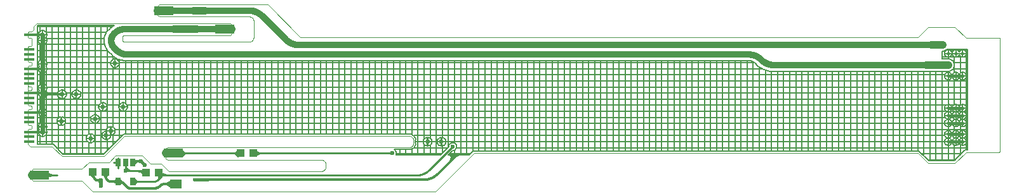
<source format=gbl>
G04 EAGLE Gerber X2 export*
%TF.Part,Single*%
%TF.FileFunction,Other,bottom copper*%
%TF.FilePolarity,Positive*%
%TF.GenerationSoftware,Autodesk,EAGLE,9.6.2*%
%TF.CreationDate,2021-11-14T09:40:45Z*%
G75*
%MOMM*%
%FSLAX34Y34*%
%LPD*%
%INbottom copper*%
%AMOC8*
5,1,8,0,0,1.08239X$1,22.5*%
G01*
%ADD10C,0.000000*%
%ADD11R,1.350000X0.450000*%
%ADD12R,1.000000X1.100000*%
%ADD13R,0.690000X0.990000*%
%ADD14R,1.100000X1.000000*%
%ADD15R,2.540000X1.270000*%
%ADD16R,1.524000X1.270000*%
%ADD17C,0.450000*%
%ADD18C,0.600000*%
%ADD19C,0.609600*%
%ADD20C,0.455000*%
%ADD21C,0.304800*%
%ADD22C,0.430000*%
%ADD23C,0.406400*%
%ADD24C,0.152400*%
%ADD25C,0.254000*%
%ADD26C,1.000000*%
%ADD27C,1.016000*%
%ADD28C,0.812800*%
%ADD29C,1.040000*%


D10*
X0Y-36000D02*
X3000Y-39000D01*
X32500Y-39000D01*
X0Y113500D02*
X1000Y114500D01*
X0Y113500D02*
X0Y107500D01*
X0Y94000D02*
X0Y75000D01*
X1000Y74000D01*
X4000Y74000D01*
X5000Y73000D01*
X5000Y70000D02*
X4000Y69000D01*
X1000Y69000D01*
X0Y68000D01*
X5000Y70000D02*
X5000Y73000D01*
X0Y68000D02*
X0Y42500D01*
X1000Y41500D01*
X4000Y41500D01*
X5000Y40500D01*
X5000Y37500D02*
X4000Y36500D01*
X1000Y36500D01*
X0Y35500D01*
X5000Y37500D02*
X5000Y40500D01*
X0Y42000D02*
X0Y35500D01*
X0Y16500D02*
X1000Y15500D01*
X4000Y15500D01*
X5000Y14500D01*
X5000Y11500D02*
X4000Y10500D01*
X1000Y10500D01*
X0Y9500D01*
X5000Y11500D02*
X5000Y14500D01*
X0Y-16500D02*
X0Y-36000D01*
X0Y-9500D02*
X0Y9500D01*
X0Y16500D02*
X0Y35500D01*
X0Y-9500D02*
X1000Y-10500D01*
X4000Y-10500D02*
X5000Y-11500D01*
X4000Y-10500D02*
X1000Y-10500D01*
X5000Y-11500D02*
X5000Y-14500D01*
X4000Y-15500D01*
X1000Y-15500D01*
X0Y-16500D01*
X1000Y106500D02*
X0Y107500D01*
X1000Y106500D02*
X4000Y106500D01*
X5000Y105500D01*
X5000Y96000D01*
X4000Y95000D01*
X1000Y95000D01*
X0Y94000D01*
X1000Y114500D02*
X5000Y114500D01*
X7500Y117000D01*
X7500Y122000D01*
X11500Y126000D01*
X270000Y126000D01*
X272000Y124000D01*
X272000Y112000D01*
X270000Y110000D01*
X129000Y110000D01*
X126000Y107000D02*
X126000Y104000D01*
X129000Y101000D02*
X295000Y101000D01*
X301000Y108000D02*
X301000Y128000D01*
X295000Y135000D02*
X175000Y135000D01*
X173000Y137000D01*
X173000Y149000D01*
X175000Y151000D01*
X320000Y151000D01*
X363500Y107500D01*
X1295500Y106500D02*
X1296000Y106000D01*
X1296000Y-45500D01*
X1295000Y-46500D01*
X1295500Y106500D02*
X1251000Y106500D01*
X1187000Y107500D02*
X363500Y107500D01*
X129000Y110000D02*
X128893Y109998D01*
X128786Y109992D01*
X128679Y109983D01*
X128573Y109969D01*
X128467Y109952D01*
X128362Y109931D01*
X128258Y109907D01*
X128155Y109878D01*
X128053Y109846D01*
X127952Y109811D01*
X127852Y109772D01*
X127754Y109729D01*
X127657Y109683D01*
X127562Y109633D01*
X127469Y109580D01*
X127378Y109524D01*
X127289Y109464D01*
X127202Y109402D01*
X127118Y109336D01*
X127035Y109267D01*
X126956Y109196D01*
X126879Y109121D01*
X126804Y109044D01*
X126733Y108965D01*
X126664Y108882D01*
X126598Y108798D01*
X126536Y108711D01*
X126476Y108622D01*
X126420Y108531D01*
X126367Y108438D01*
X126317Y108343D01*
X126271Y108246D01*
X126228Y108148D01*
X126189Y108048D01*
X126154Y107947D01*
X126122Y107845D01*
X126093Y107742D01*
X126069Y107638D01*
X126048Y107533D01*
X126031Y107427D01*
X126017Y107321D01*
X126008Y107214D01*
X126002Y107107D01*
X126000Y107000D01*
X126000Y104000D02*
X126002Y103893D01*
X126008Y103786D01*
X126017Y103679D01*
X126031Y103573D01*
X126048Y103467D01*
X126069Y103362D01*
X126093Y103258D01*
X126122Y103155D01*
X126154Y103053D01*
X126189Y102952D01*
X126228Y102852D01*
X126271Y102754D01*
X126317Y102657D01*
X126367Y102562D01*
X126420Y102469D01*
X126476Y102378D01*
X126536Y102289D01*
X126598Y102202D01*
X126664Y102118D01*
X126733Y102035D01*
X126804Y101956D01*
X126879Y101879D01*
X126956Y101804D01*
X127035Y101733D01*
X127118Y101664D01*
X127202Y101598D01*
X127289Y101536D01*
X127378Y101476D01*
X127469Y101420D01*
X127562Y101367D01*
X127657Y101317D01*
X127754Y101271D01*
X127852Y101228D01*
X127952Y101189D01*
X128053Y101154D01*
X128155Y101122D01*
X128258Y101093D01*
X128362Y101069D01*
X128467Y101048D01*
X128573Y101031D01*
X128679Y101017D01*
X128786Y101008D01*
X128893Y101002D01*
X129000Y101000D01*
X295000Y101000D02*
X295159Y101014D01*
X295318Y101033D01*
X295477Y101055D01*
X295635Y101081D01*
X295792Y101110D01*
X295948Y101144D01*
X296104Y101181D01*
X296258Y101223D01*
X296412Y101268D01*
X296564Y101316D01*
X296715Y101369D01*
X296865Y101425D01*
X297014Y101485D01*
X297160Y101549D01*
X297306Y101616D01*
X297449Y101686D01*
X297591Y101760D01*
X297731Y101838D01*
X297869Y101919D01*
X298005Y102003D01*
X298139Y102091D01*
X298270Y102182D01*
X298400Y102276D01*
X298527Y102373D01*
X298651Y102474D01*
X298774Y102577D01*
X298893Y102684D01*
X299010Y102793D01*
X299124Y102905D01*
X299235Y103020D01*
X299344Y103137D01*
X299450Y103257D01*
X299552Y103380D01*
X299652Y103505D01*
X299748Y103633D01*
X299842Y103763D01*
X299932Y103895D01*
X300019Y104030D01*
X300102Y104166D01*
X300182Y104305D01*
X300259Y104445D01*
X300332Y104587D01*
X300402Y104731D01*
X300468Y104877D01*
X300531Y105024D01*
X300590Y105173D01*
X300645Y105323D01*
X300696Y105475D01*
X300744Y105627D01*
X300788Y105781D01*
X300829Y105936D01*
X300865Y106092D01*
X300898Y106248D01*
X300926Y106406D01*
X300951Y106564D01*
X300972Y106722D01*
X300990Y106881D01*
X301003Y107041D01*
X301012Y107201D01*
X301018Y107360D01*
X301019Y107520D01*
X301017Y107680D01*
X301010Y107840D01*
X301000Y108000D01*
X301000Y128000D02*
X301021Y128153D01*
X301039Y128306D01*
X301053Y128459D01*
X301063Y128613D01*
X301069Y128767D01*
X301071Y128921D01*
X301069Y129074D01*
X301064Y129228D01*
X301054Y129382D01*
X301041Y129535D01*
X301023Y129688D01*
X301002Y129841D01*
X300977Y129993D01*
X300948Y130144D01*
X300915Y130294D01*
X300879Y130444D01*
X300839Y130592D01*
X300795Y130740D01*
X300747Y130886D01*
X300695Y131031D01*
X300640Y131175D01*
X300581Y131317D01*
X300519Y131458D01*
X300453Y131597D01*
X300384Y131735D01*
X300311Y131870D01*
X300235Y132004D01*
X300155Y132136D01*
X300072Y132265D01*
X299986Y132393D01*
X299896Y132518D01*
X299804Y132641D01*
X299708Y132762D01*
X299609Y132880D01*
X299508Y132996D01*
X299403Y133109D01*
X299296Y133219D01*
X299186Y133326D01*
X299073Y133431D01*
X298957Y133533D01*
X298839Y133632D01*
X298719Y133728D01*
X298596Y133820D01*
X298471Y133910D01*
X298343Y133996D01*
X298214Y134080D01*
X298082Y134159D01*
X297949Y134236D01*
X297813Y134309D01*
X297676Y134378D01*
X297537Y134445D01*
X297396Y134507D01*
X297254Y134566D01*
X297110Y134621D01*
X296965Y134673D01*
X296819Y134721D01*
X296672Y134765D01*
X296523Y134806D01*
X296374Y134843D01*
X296223Y134876D01*
X296072Y134905D01*
X295920Y134930D01*
X295768Y134951D01*
X295615Y134969D01*
X295461Y134982D01*
X295308Y134992D01*
X295154Y134998D01*
X295000Y135000D01*
X102000Y-52000D02*
X45500Y-52000D01*
X32500Y-39000D01*
X102000Y-52000D02*
X129000Y-25000D01*
X514000Y-31000D02*
X514000Y-34000D01*
X508000Y-40000D02*
X186000Y-40000D01*
X184000Y-42000D01*
X184000Y-55000D01*
X186000Y-57000D01*
X508000Y-24999D02*
X508148Y-24990D01*
X508296Y-24985D01*
X508445Y-24983D01*
X508593Y-24985D01*
X508741Y-24992D01*
X508889Y-25002D01*
X509036Y-25016D01*
X509184Y-25034D01*
X509330Y-25056D01*
X509476Y-25082D01*
X509621Y-25112D01*
X509766Y-25145D01*
X509909Y-25183D01*
X510052Y-25224D01*
X510193Y-25269D01*
X510333Y-25317D01*
X510472Y-25370D01*
X510609Y-25426D01*
X510745Y-25485D01*
X510879Y-25549D01*
X511011Y-25615D01*
X511142Y-25686D01*
X511270Y-25759D01*
X511397Y-25836D01*
X511521Y-25917D01*
X511644Y-26000D01*
X511764Y-26087D01*
X511882Y-26177D01*
X511997Y-26270D01*
X512110Y-26367D01*
X512220Y-26466D01*
X512328Y-26568D01*
X512432Y-26672D01*
X512534Y-26780D01*
X512633Y-26890D01*
X512730Y-27003D01*
X512823Y-27118D01*
X512913Y-27236D01*
X513000Y-27356D01*
X513083Y-27479D01*
X513164Y-27603D01*
X513241Y-27730D01*
X513314Y-27858D01*
X513385Y-27989D01*
X513451Y-28121D01*
X513515Y-28255D01*
X513574Y-28391D01*
X513630Y-28528D01*
X513683Y-28667D01*
X513731Y-28807D01*
X513776Y-28948D01*
X513817Y-29091D01*
X513855Y-29234D01*
X513888Y-29379D01*
X513918Y-29524D01*
X513944Y-29670D01*
X513966Y-29816D01*
X513984Y-29964D01*
X513998Y-30111D01*
X514008Y-30259D01*
X514015Y-30407D01*
X514017Y-30555D01*
X514015Y-30704D01*
X514010Y-30852D01*
X514001Y-31000D01*
X514001Y-34000D02*
X514010Y-34148D01*
X514015Y-34296D01*
X514017Y-34445D01*
X514015Y-34593D01*
X514008Y-34741D01*
X513998Y-34889D01*
X513984Y-35036D01*
X513966Y-35184D01*
X513944Y-35330D01*
X513918Y-35476D01*
X513888Y-35621D01*
X513855Y-35766D01*
X513817Y-35909D01*
X513776Y-36052D01*
X513731Y-36193D01*
X513683Y-36333D01*
X513630Y-36472D01*
X513574Y-36609D01*
X513515Y-36745D01*
X513451Y-36879D01*
X513385Y-37011D01*
X513314Y-37142D01*
X513241Y-37270D01*
X513164Y-37397D01*
X513083Y-37521D01*
X513000Y-37644D01*
X512913Y-37764D01*
X512823Y-37882D01*
X512730Y-37997D01*
X512633Y-38110D01*
X512534Y-38220D01*
X512432Y-38328D01*
X512328Y-38432D01*
X512220Y-38534D01*
X512110Y-38633D01*
X511997Y-38730D01*
X511882Y-38823D01*
X511764Y-38913D01*
X511644Y-39000D01*
X511521Y-39083D01*
X511397Y-39164D01*
X511270Y-39241D01*
X511142Y-39314D01*
X511011Y-39385D01*
X510879Y-39451D01*
X510745Y-39515D01*
X510609Y-39574D01*
X510472Y-39630D01*
X510333Y-39683D01*
X510193Y-39731D01*
X510052Y-39776D01*
X509909Y-39817D01*
X509766Y-39855D01*
X509621Y-39888D01*
X509476Y-39918D01*
X509330Y-39944D01*
X509184Y-39966D01*
X509036Y-39984D01*
X508889Y-39998D01*
X508741Y-40008D01*
X508593Y-40015D01*
X508445Y-40017D01*
X508296Y-40015D01*
X508148Y-40010D01*
X508000Y-40001D01*
X508000Y-25000D02*
X129000Y-25000D01*
X7000Y-85000D02*
X5000Y-83000D01*
X5000Y-71000D01*
X7000Y-69000D01*
X72000Y-69000D01*
X81000Y-60000D01*
X108000Y-60000D01*
X117000Y-51000D01*
X152000Y-51000D01*
X163000Y-62000D01*
X178000Y-62000D01*
X391000Y-56999D02*
X391148Y-56990D01*
X391296Y-56985D01*
X391445Y-56983D01*
X391593Y-56985D01*
X391741Y-56992D01*
X391889Y-57002D01*
X392036Y-57016D01*
X392184Y-57034D01*
X392330Y-57056D01*
X392476Y-57082D01*
X392621Y-57112D01*
X392766Y-57145D01*
X392909Y-57183D01*
X393052Y-57224D01*
X393193Y-57269D01*
X393333Y-57317D01*
X393472Y-57370D01*
X393609Y-57426D01*
X393745Y-57485D01*
X393879Y-57549D01*
X394011Y-57615D01*
X394142Y-57686D01*
X394270Y-57759D01*
X394397Y-57836D01*
X394521Y-57917D01*
X394644Y-58000D01*
X394764Y-58087D01*
X394882Y-58177D01*
X394997Y-58270D01*
X395110Y-58367D01*
X395220Y-58466D01*
X395328Y-58568D01*
X395432Y-58672D01*
X395534Y-58780D01*
X395633Y-58890D01*
X395730Y-59003D01*
X395823Y-59118D01*
X395913Y-59236D01*
X396000Y-59356D01*
X396083Y-59479D01*
X396164Y-59603D01*
X396241Y-59730D01*
X396314Y-59858D01*
X396385Y-59989D01*
X396451Y-60121D01*
X396515Y-60255D01*
X396574Y-60391D01*
X396630Y-60528D01*
X396683Y-60667D01*
X396731Y-60807D01*
X396776Y-60948D01*
X396817Y-61091D01*
X396855Y-61234D01*
X396888Y-61379D01*
X396918Y-61524D01*
X396944Y-61670D01*
X396966Y-61816D01*
X396984Y-61964D01*
X396998Y-62111D01*
X397008Y-62259D01*
X397015Y-62407D01*
X397017Y-62555D01*
X397015Y-62704D01*
X397010Y-62852D01*
X397001Y-63000D01*
X397000Y-63000D02*
X397000Y-66000D01*
X397001Y-66000D02*
X397010Y-66148D01*
X397015Y-66296D01*
X397017Y-66445D01*
X397015Y-66593D01*
X397008Y-66741D01*
X396998Y-66889D01*
X396984Y-67036D01*
X396966Y-67184D01*
X396944Y-67330D01*
X396918Y-67476D01*
X396888Y-67621D01*
X396855Y-67766D01*
X396817Y-67909D01*
X396776Y-68052D01*
X396731Y-68193D01*
X396683Y-68333D01*
X396630Y-68472D01*
X396574Y-68609D01*
X396515Y-68745D01*
X396451Y-68879D01*
X396385Y-69011D01*
X396314Y-69142D01*
X396241Y-69270D01*
X396164Y-69397D01*
X396083Y-69521D01*
X396000Y-69644D01*
X395913Y-69764D01*
X395823Y-69882D01*
X395730Y-69997D01*
X395633Y-70110D01*
X395534Y-70220D01*
X395432Y-70328D01*
X395328Y-70432D01*
X395220Y-70534D01*
X395110Y-70633D01*
X394997Y-70730D01*
X394882Y-70823D01*
X394764Y-70913D01*
X394644Y-71000D01*
X394521Y-71083D01*
X394397Y-71164D01*
X394270Y-71241D01*
X394142Y-71314D01*
X394011Y-71385D01*
X393879Y-71451D01*
X393745Y-71515D01*
X393609Y-71574D01*
X393472Y-71630D01*
X393333Y-71683D01*
X393193Y-71731D01*
X393052Y-71776D01*
X392909Y-71817D01*
X392766Y-71855D01*
X392621Y-71888D01*
X392476Y-71918D01*
X392330Y-71944D01*
X392184Y-71966D01*
X392036Y-71984D01*
X391889Y-71998D01*
X391741Y-72008D01*
X391593Y-72015D01*
X391445Y-72017D01*
X391296Y-72015D01*
X391148Y-72010D01*
X391000Y-72001D01*
X391000Y-72000D02*
X188000Y-72000D01*
X178000Y-62000D01*
X186000Y-57000D02*
X391000Y-57000D01*
X72000Y-85000D02*
X7000Y-85000D01*
X72000Y-85000D02*
X86000Y-99000D01*
X543500Y-99000D01*
X595000Y-47500D01*
X1187000Y-47500D02*
X1200500Y-61000D01*
X1236500Y-61000D01*
X1251000Y-46500D01*
X1295000Y-46500D01*
X1187000Y-47500D02*
X595000Y-47500D01*
X1187000Y107500D02*
X1200500Y121000D01*
X1236500Y121000D01*
X1251000Y106500D01*
D11*
X2000Y91000D03*
X2000Y84500D03*
X2000Y78000D03*
X2000Y65000D03*
X2000Y58500D03*
X2000Y52000D03*
X2000Y45500D03*
X2000Y32500D03*
X2000Y26000D03*
X2000Y19500D03*
X2000Y6500D03*
X2000Y0D03*
X2000Y-6500D03*
X2000Y-19500D03*
X2000Y-26000D03*
X2000Y-32500D03*
X2000Y110500D03*
D12*
X157500Y-74000D03*
X174500Y-74000D03*
X283500Y-48000D03*
X300500Y-48000D03*
D13*
X120500Y-60100D03*
X130000Y-60100D03*
X139500Y-60100D03*
X139500Y-86000D03*
X120500Y-86000D03*
D14*
X103500Y-73000D03*
X86500Y-73000D03*
D15*
X193500Y-48000D03*
X15500Y-77000D03*
X262500Y118000D03*
X181000Y143000D03*
D16*
X197000Y-89000D03*
D17*
X6500Y0D03*
X6500Y65000D03*
X6500Y32500D03*
X6500Y6500D03*
X6500Y-19500D03*
X0Y-19500D03*
D18*
X19500Y-19500D03*
D19*
X19500Y6000D01*
D18*
X19500Y65000D03*
X19500Y32500D03*
D20*
X19500Y6500D03*
D19*
X19500Y6000D02*
X19500Y24500D01*
X19500Y31000D01*
X19500Y37500D01*
X19500Y65000D01*
D17*
X0Y110500D03*
X6500Y110500D03*
D18*
X19500Y110500D03*
D19*
X19500Y65000D01*
D17*
X0Y65000D03*
X0Y32500D03*
X0Y6500D03*
D18*
X45500Y31000D03*
D21*
X26000Y31000D01*
X19500Y31000D01*
X26000Y31000D02*
X19500Y37500D01*
X26000Y31000D02*
X19500Y24500D01*
D18*
X19500Y103000D03*
X19500Y72000D03*
X19500Y39500D03*
X19500Y-12500D03*
X44500Y-5000D03*
D22*
X1246500Y12500D03*
X1237500Y12500D03*
X1227500Y12500D03*
X1246500Y85500D03*
X1237500Y85500D03*
X1227500Y85500D03*
X1246500Y55500D03*
X1237500Y55500D03*
X1227500Y55500D03*
X1246500Y2500D03*
X1237500Y2500D03*
X1227500Y2500D03*
X1246500Y-7500D03*
X1237500Y-7500D03*
X1227500Y-7500D03*
X1246500Y-22500D03*
X1237500Y-22500D03*
X1227500Y-22500D03*
X1246500Y-32500D03*
X1237500Y-32500D03*
X1227500Y-32500D03*
D23*
X155500Y-63500D02*
X150500Y-58500D01*
D21*
X145000Y-58500D01*
X141100Y-58500D01*
X139500Y-60100D01*
X141000Y-62500D02*
X145000Y-58500D01*
X141000Y-62500D02*
X140000Y-62500D01*
D22*
X221500Y-83500D03*
X230500Y-83500D03*
X239500Y-83500D03*
D23*
X230500Y-83500D02*
X221500Y-83500D01*
X230500Y-83500D02*
X239500Y-83500D01*
D24*
X1242412Y-32500D02*
X1246500Y-32500D01*
X1246500Y-32500D01*
X1237500Y-32500D01*
X1237500Y-32500D01*
X1242412Y-32500D01*
X1241588Y-7500D02*
X1246500Y-7500D01*
X1246500Y-7500D01*
X1237500Y-7500D01*
X1237500Y-7500D01*
X1241588Y-7500D01*
X1242412Y55500D02*
X1246500Y55500D01*
X1246500Y55500D01*
X1237500Y55500D01*
X1237500Y55500D01*
X1242412Y55500D01*
X1242412Y85500D02*
X1246500Y85500D01*
X1246500Y85500D01*
X1237500Y85500D01*
X1237500Y85500D01*
X1242412Y85500D01*
X19613Y-18262D02*
X19613Y-19387D01*
X19387Y-19387D01*
X19387Y-12613D01*
X19613Y-12613D01*
X19613Y-18262D01*
X19387Y104738D02*
X19387Y110387D01*
X19613Y110387D01*
X19613Y103113D01*
X19387Y103113D01*
X19387Y104738D01*
X1242412Y12500D02*
X1246500Y12500D01*
X1246500Y12500D01*
X1237500Y12500D01*
X1237500Y12500D01*
X1242412Y12500D01*
X1242412Y2500D02*
X1246500Y2500D01*
X1246500Y2500D01*
X1237500Y2500D01*
X1237500Y2500D01*
X1242412Y2500D01*
X1242412Y-22500D02*
X1246500Y-22500D01*
X1246500Y-22500D01*
X1237500Y-22500D01*
X1237500Y-22500D01*
X1242412Y-22500D01*
X571786Y-36810D02*
X571786Y-41190D01*
X571786Y-36810D02*
X568690Y-33714D01*
X564310Y-33714D01*
X561214Y-36810D01*
X561214Y-39257D01*
X550233Y-50238D01*
X491237Y-50238D01*
X491286Y-50190D01*
X491286Y-45810D01*
X488237Y-42762D01*
X507894Y-42762D01*
X510249Y-42943D01*
X510249Y-42943D01*
X514585Y-40585D01*
X514585Y-40585D01*
X516943Y-36249D01*
X516762Y-33894D01*
X516762Y-31106D01*
X516943Y-28751D01*
X516943Y-28751D01*
X514585Y-24415D01*
X514585Y-24415D01*
X514585Y-24415D01*
X510249Y-22057D01*
X510249Y-22057D01*
X507894Y-22238D01*
X127856Y-22238D01*
X100856Y-49238D01*
X46644Y-49238D01*
X33644Y-36238D01*
X12762Y-36238D01*
X12762Y123238D01*
X115045Y123238D01*
X111516Y121200D01*
X111516Y121200D01*
X109158Y118842D01*
X109158Y118842D01*
X108856Y118540D01*
X108855Y118540D01*
X108209Y117893D01*
X107996Y117680D01*
X107693Y117378D01*
X104834Y114518D01*
X104834Y114518D01*
X101738Y107045D01*
X101738Y100005D01*
X103288Y94220D01*
X103288Y94220D01*
X106283Y89033D01*
X106283Y89033D01*
X108401Y86915D01*
X109310Y86006D01*
X109548Y85767D01*
X109563Y85753D01*
X110472Y84844D01*
X113366Y81950D01*
X113366Y81950D01*
X120455Y77857D01*
X120455Y77857D01*
X128363Y75738D01*
X961515Y75738D01*
X963110Y75633D01*
X966192Y74808D01*
X968956Y73212D01*
X970158Y72158D01*
X970718Y71597D01*
X970797Y71519D01*
X971320Y70996D01*
X973852Y68464D01*
X981528Y64032D01*
X981528Y64032D01*
X990089Y61738D01*
X1228643Y61738D01*
X1231680Y62996D01*
X1234004Y65320D01*
X1234193Y65776D01*
X1234245Y65827D01*
X1235366Y68535D01*
X1235366Y71465D01*
X1234245Y74173D01*
X1234193Y74224D01*
X1234004Y74680D01*
X1231680Y77004D01*
X1228643Y78262D01*
X1218762Y78262D01*
X1218762Y88738D01*
X1221643Y88738D01*
X1224680Y89996D01*
X1225922Y91238D01*
X1253238Y91238D01*
X1253238Y-43738D01*
X1249856Y-43738D01*
X1248238Y-45356D01*
X1248238Y-45356D01*
X1235356Y-58238D01*
X1201644Y-58238D01*
X1188144Y-44738D01*
X593856Y-44738D01*
X588356Y-50238D01*
X560291Y-50238D01*
X566243Y-44286D01*
X568690Y-44286D01*
X571786Y-41190D01*
X89613Y-1887D02*
X89613Y3762D01*
X89613Y-1887D02*
X89387Y-1887D01*
X89387Y3762D01*
X88741Y3762D01*
X87276Y3369D01*
X85962Y2611D01*
X84889Y1538D01*
X84131Y224D01*
X83738Y-1241D01*
X83738Y-1887D01*
X89387Y-1887D01*
X89387Y-2113D01*
X83738Y-2113D01*
X83738Y-2759D01*
X84131Y-4224D01*
X84889Y-5538D01*
X85962Y-6611D01*
X87276Y-7369D01*
X88741Y-7762D01*
X89387Y-7762D01*
X89387Y-2113D01*
X89613Y-2113D01*
X89613Y-7762D01*
X90259Y-7762D01*
X91724Y-7369D01*
X93038Y-6611D01*
X94111Y-5538D01*
X94869Y-4224D01*
X95262Y-2759D01*
X95262Y-2113D01*
X89613Y-2113D01*
X89613Y-1887D01*
X95262Y-1887D01*
X95262Y-1241D01*
X94869Y224D01*
X94111Y1538D01*
X93038Y2611D01*
X91724Y3369D01*
X90259Y3762D01*
X89613Y3762D01*
X533113Y-26738D02*
X533113Y-32387D01*
X532887Y-32387D01*
X532887Y-26738D01*
X532241Y-26738D01*
X530776Y-27131D01*
X529462Y-27889D01*
X528389Y-28962D01*
X527631Y-30276D01*
X527238Y-31741D01*
X527238Y-32387D01*
X532887Y-32387D01*
X532887Y-32613D01*
X527238Y-32613D01*
X527238Y-33259D01*
X527631Y-34724D01*
X528389Y-36038D01*
X529462Y-37111D01*
X530776Y-37869D01*
X532241Y-38262D01*
X532887Y-38262D01*
X532887Y-32613D01*
X533113Y-32613D01*
X533113Y-38262D01*
X533759Y-38262D01*
X535224Y-37869D01*
X536538Y-37111D01*
X537611Y-36038D01*
X538369Y-34724D01*
X538762Y-33259D01*
X538762Y-32613D01*
X533113Y-32613D01*
X533113Y-32387D01*
X538762Y-32387D01*
X538762Y-31741D01*
X538369Y-30276D01*
X537611Y-28962D01*
X536538Y-27889D01*
X535224Y-27131D01*
X533759Y-26738D01*
X533113Y-26738D01*
X127113Y14113D02*
X127113Y19762D01*
X127113Y14113D02*
X126887Y14113D01*
X126887Y19762D01*
X126241Y19762D01*
X124776Y19369D01*
X123462Y18611D01*
X122389Y17538D01*
X121631Y16224D01*
X121238Y14759D01*
X121238Y14113D01*
X126887Y14113D01*
X126887Y13887D01*
X121238Y13887D01*
X121238Y13241D01*
X121631Y11776D01*
X122389Y10462D01*
X123462Y9389D01*
X124776Y8631D01*
X126241Y8238D01*
X126887Y8238D01*
X126887Y13887D01*
X127113Y13887D01*
X127113Y8238D01*
X127759Y8238D01*
X129224Y8631D01*
X130538Y9389D01*
X131611Y10462D01*
X132369Y11776D01*
X132762Y13241D01*
X132762Y13887D01*
X127113Y13887D01*
X127113Y14113D01*
X132762Y14113D01*
X132762Y14759D01*
X132369Y16224D01*
X131611Y17538D01*
X130538Y18611D01*
X129224Y19369D01*
X127759Y19762D01*
X127113Y19762D01*
X551613Y-26738D02*
X551613Y-32387D01*
X551387Y-32387D01*
X551387Y-26738D01*
X550741Y-26738D01*
X549276Y-27131D01*
X547962Y-27889D01*
X546889Y-28962D01*
X546131Y-30276D01*
X545738Y-31741D01*
X545738Y-32387D01*
X551387Y-32387D01*
X551387Y-32613D01*
X545738Y-32613D01*
X545738Y-33259D01*
X546131Y-34724D01*
X546889Y-36038D01*
X547962Y-37111D01*
X549276Y-37869D01*
X550741Y-38262D01*
X551387Y-38262D01*
X551387Y-32613D01*
X551613Y-32613D01*
X551613Y-38262D01*
X552259Y-38262D01*
X553724Y-37869D01*
X555038Y-37111D01*
X556111Y-36038D01*
X556869Y-34724D01*
X557262Y-33259D01*
X557262Y-32613D01*
X551613Y-32613D01*
X551613Y-32387D01*
X557262Y-32387D01*
X557262Y-31741D01*
X556869Y-30276D01*
X556111Y-28962D01*
X555038Y-27889D01*
X553724Y-27131D01*
X552259Y-26738D01*
X551613Y-26738D01*
X110613Y-17887D02*
X110613Y-12238D01*
X110613Y-17887D02*
X110387Y-17887D01*
X110387Y-12238D01*
X109741Y-12238D01*
X108276Y-12631D01*
X106962Y-13389D01*
X105889Y-14462D01*
X105131Y-15776D01*
X104738Y-17241D01*
X104738Y-17887D01*
X110387Y-17887D01*
X110387Y-18113D01*
X104738Y-18113D01*
X104738Y-18238D01*
X104613Y-18238D01*
X104613Y-23887D01*
X104387Y-23887D01*
X104387Y-18238D01*
X103741Y-18238D01*
X102276Y-18631D01*
X100962Y-19389D01*
X99889Y-20462D01*
X99131Y-21776D01*
X98738Y-23241D01*
X98738Y-23887D01*
X104387Y-23887D01*
X104387Y-24113D01*
X98738Y-24113D01*
X98738Y-24759D01*
X99131Y-26224D01*
X99889Y-27538D01*
X100962Y-28611D01*
X102276Y-29369D01*
X103741Y-29762D01*
X104387Y-29762D01*
X104387Y-24113D01*
X104613Y-24113D01*
X104613Y-29762D01*
X105259Y-29762D01*
X106724Y-29369D01*
X108038Y-28611D01*
X109111Y-27538D01*
X109869Y-26224D01*
X110262Y-24759D01*
X110262Y-24113D01*
X104613Y-24113D01*
X104613Y-23887D01*
X110262Y-23887D01*
X110262Y-23762D01*
X110387Y-23762D01*
X110387Y-18113D01*
X110613Y-18113D01*
X110613Y-23762D01*
X111259Y-23762D01*
X112724Y-23369D01*
X114038Y-22611D01*
X115111Y-21538D01*
X115869Y-20224D01*
X116262Y-18759D01*
X116262Y-18113D01*
X110613Y-18113D01*
X110613Y-17887D01*
X116262Y-17887D01*
X116262Y-17241D01*
X115869Y-15776D01*
X115111Y-14462D01*
X114038Y-13389D01*
X112724Y-12631D01*
X111259Y-12238D01*
X110613Y-12238D01*
X1227500Y-27588D02*
X1227500Y-32500D01*
X1227500Y-32500D01*
X1227500Y-27588D01*
X1226853Y-27588D01*
X1225604Y-27923D01*
X1224484Y-28569D01*
X1223569Y-29484D01*
X1222923Y-30604D01*
X1222588Y-31853D01*
X1222588Y-32500D01*
X1227500Y-32500D01*
X1227500Y-32500D01*
X1222588Y-32500D01*
X1222588Y-33147D01*
X1222923Y-34396D01*
X1223569Y-35516D01*
X1224484Y-36431D01*
X1225604Y-37077D01*
X1226853Y-37412D01*
X1227500Y-37412D01*
X1227500Y-32500D01*
X1227500Y-32500D01*
X1227500Y-37412D01*
X1228147Y-37412D01*
X1229396Y-37077D01*
X1230516Y-36431D01*
X1231431Y-35516D01*
X1232077Y-34396D01*
X1232412Y-33147D01*
X1232412Y-32500D01*
X1227500Y-32500D01*
X1227500Y-32500D01*
X1232412Y-32500D01*
X1232412Y-31853D01*
X1232077Y-30604D01*
X1231431Y-29484D01*
X1230516Y-28569D01*
X1229396Y-27923D01*
X1228147Y-27588D01*
X1227500Y-27588D01*
X1232588Y-22500D02*
X1232588Y-21853D01*
X1232588Y-22500D02*
X1237500Y-22500D01*
X1237500Y-22500D01*
X1232588Y-22500D01*
X1232588Y-23147D01*
X1232923Y-24396D01*
X1233569Y-25516D01*
X1234484Y-26431D01*
X1235604Y-27077D01*
X1236853Y-27412D01*
X1237500Y-27412D01*
X1237500Y-22500D01*
X1237500Y-22500D01*
X1237500Y-27412D01*
X1238147Y-27412D01*
X1239396Y-27077D01*
X1240516Y-26431D01*
X1241431Y-25516D01*
X1242000Y-24530D01*
X1242569Y-25516D01*
X1243484Y-26431D01*
X1244604Y-27077D01*
X1245853Y-27412D01*
X1246500Y-27412D01*
X1246500Y-22500D01*
X1246500Y-22500D01*
X1246500Y-27412D01*
X1247147Y-27412D01*
X1248396Y-27077D01*
X1249516Y-26431D01*
X1250431Y-25516D01*
X1251077Y-24396D01*
X1251412Y-23147D01*
X1251412Y-22500D01*
X1246500Y-22500D01*
X1246500Y-22500D01*
X1251412Y-22500D01*
X1251412Y-21853D01*
X1251077Y-20604D01*
X1250431Y-19484D01*
X1249516Y-18569D01*
X1248396Y-17923D01*
X1247147Y-17588D01*
X1246500Y-17588D01*
X1246500Y-22500D01*
X1246500Y-22500D01*
X1246500Y-17588D01*
X1245853Y-17588D01*
X1244604Y-17923D01*
X1243484Y-18569D01*
X1242569Y-19484D01*
X1242000Y-20470D01*
X1241431Y-19484D01*
X1240516Y-18569D01*
X1239396Y-17923D01*
X1238147Y-17588D01*
X1237500Y-17588D01*
X1237500Y-22500D01*
X1237500Y-22500D01*
X1237500Y-17588D01*
X1236853Y-17588D01*
X1235604Y-17923D01*
X1234484Y-18569D01*
X1233569Y-19484D01*
X1232923Y-20604D01*
X1232588Y-21853D01*
X1227500Y-7500D02*
X1227500Y-2588D01*
X1227500Y-7500D02*
X1227500Y-7500D01*
X1227500Y-2588D01*
X1226853Y-2588D01*
X1225604Y-2923D01*
X1224484Y-3569D01*
X1223569Y-4484D01*
X1222923Y-5604D01*
X1222588Y-6853D01*
X1222588Y-7500D01*
X1227500Y-7500D01*
X1227500Y-7500D01*
X1222588Y-7500D01*
X1222588Y-8147D01*
X1222923Y-9396D01*
X1223569Y-10516D01*
X1224484Y-11431D01*
X1225604Y-12077D01*
X1226853Y-12412D01*
X1227500Y-12412D01*
X1227500Y-7500D01*
X1227500Y-7500D01*
X1227500Y-12412D01*
X1228147Y-12412D01*
X1229396Y-12077D01*
X1230516Y-11431D01*
X1231431Y-10516D01*
X1232077Y-9396D01*
X1232412Y-8147D01*
X1232412Y-7500D01*
X1227500Y-7500D01*
X1227500Y-7500D01*
X1232412Y-7500D01*
X1232412Y-6853D01*
X1232077Y-5604D01*
X1231431Y-4484D01*
X1230516Y-3569D01*
X1229396Y-2923D01*
X1228147Y-2588D01*
X1227500Y-2588D01*
X1232588Y2500D02*
X1232588Y3147D01*
X1232588Y2500D02*
X1237500Y2500D01*
X1237500Y2500D01*
X1232588Y2500D01*
X1232588Y1853D01*
X1232923Y604D01*
X1233569Y-516D01*
X1234484Y-1431D01*
X1235604Y-2077D01*
X1236853Y-2412D01*
X1237500Y-2412D01*
X1237500Y2500D01*
X1237500Y2500D01*
X1237500Y-2412D01*
X1238147Y-2412D01*
X1239396Y-2077D01*
X1240516Y-1431D01*
X1241431Y-516D01*
X1242000Y470D01*
X1242569Y-516D01*
X1243484Y-1431D01*
X1244604Y-2077D01*
X1245853Y-2412D01*
X1246500Y-2412D01*
X1246500Y2500D01*
X1246500Y2500D01*
X1246500Y-2412D01*
X1247147Y-2412D01*
X1248396Y-2077D01*
X1249516Y-1431D01*
X1250431Y-516D01*
X1251077Y604D01*
X1251412Y1853D01*
X1251412Y2500D01*
X1246500Y2500D01*
X1246500Y2500D01*
X1251412Y2500D01*
X1251412Y3147D01*
X1251077Y4396D01*
X1250431Y5516D01*
X1249516Y6431D01*
X1248396Y7077D01*
X1247147Y7412D01*
X1246500Y7412D01*
X1246500Y2500D01*
X1246500Y2500D01*
X1246500Y7412D01*
X1245853Y7412D01*
X1244604Y7077D01*
X1243484Y6431D01*
X1242569Y5516D01*
X1242000Y4530D01*
X1241431Y5516D01*
X1240516Y6431D01*
X1239396Y7077D01*
X1238147Y7412D01*
X1237500Y7412D01*
X1237500Y2500D01*
X1237500Y2500D01*
X1237500Y7412D01*
X1236853Y7412D01*
X1235604Y7077D01*
X1234484Y6431D01*
X1233569Y5516D01*
X1232923Y4396D01*
X1232588Y3147D01*
X1227500Y55500D02*
X1227500Y60412D01*
X1227500Y55500D02*
X1227500Y55500D01*
X1227500Y60412D01*
X1226853Y60412D01*
X1225604Y60077D01*
X1224484Y59431D01*
X1223569Y58516D01*
X1222923Y57396D01*
X1222588Y56147D01*
X1222588Y55500D01*
X1227500Y55500D01*
X1227500Y55500D01*
X1222588Y55500D01*
X1222588Y54853D01*
X1222923Y53604D01*
X1223569Y52484D01*
X1224484Y51569D01*
X1225604Y50923D01*
X1226853Y50588D01*
X1227500Y50588D01*
X1227500Y55500D01*
X1227500Y55500D01*
X1227500Y50588D01*
X1228147Y50588D01*
X1229396Y50923D01*
X1230516Y51569D01*
X1231431Y52484D01*
X1232077Y53604D01*
X1232412Y54853D01*
X1232412Y55500D01*
X1227500Y55500D01*
X1227500Y55500D01*
X1232412Y55500D01*
X1232412Y56147D01*
X1232077Y57396D01*
X1231431Y58516D01*
X1230516Y59431D01*
X1229396Y60077D01*
X1228147Y60412D01*
X1227500Y60412D01*
X1232588Y13147D02*
X1232588Y12500D01*
X1237500Y12500D01*
X1237500Y12500D01*
X1232588Y12500D01*
X1232588Y11853D01*
X1232923Y10604D01*
X1233569Y9484D01*
X1234484Y8569D01*
X1235604Y7923D01*
X1236853Y7588D01*
X1237500Y7588D01*
X1237500Y12500D01*
X1237500Y12500D01*
X1237500Y7588D01*
X1238147Y7588D01*
X1239396Y7923D01*
X1240516Y8569D01*
X1241431Y9484D01*
X1242000Y10470D01*
X1242569Y9484D01*
X1243484Y8569D01*
X1244604Y7923D01*
X1245853Y7588D01*
X1246500Y7588D01*
X1246500Y12500D01*
X1246500Y12500D01*
X1246500Y7588D01*
X1247147Y7588D01*
X1248396Y7923D01*
X1249516Y8569D01*
X1250431Y9484D01*
X1251077Y10604D01*
X1251412Y11853D01*
X1251412Y12500D01*
X1246500Y12500D01*
X1246500Y12500D01*
X1251412Y12500D01*
X1251412Y13147D01*
X1251077Y14396D01*
X1250431Y15516D01*
X1249516Y16431D01*
X1248396Y17077D01*
X1247147Y17412D01*
X1246500Y17412D01*
X1246500Y12500D01*
X1246500Y12500D01*
X1246500Y17412D01*
X1245853Y17412D01*
X1244604Y17077D01*
X1243484Y16431D01*
X1242569Y15516D01*
X1242000Y14530D01*
X1241431Y15516D01*
X1240516Y16431D01*
X1239396Y17077D01*
X1238147Y17412D01*
X1237500Y17412D01*
X1237500Y12500D01*
X1237500Y12500D01*
X1237500Y17412D01*
X1236853Y17412D01*
X1235604Y17077D01*
X1234484Y16431D01*
X1233569Y15516D01*
X1232923Y14396D01*
X1232588Y13147D01*
X44613Y762D02*
X44613Y-4887D01*
X44387Y-4887D01*
X44387Y762D01*
X43741Y762D01*
X42276Y369D01*
X40962Y-389D01*
X39889Y-1462D01*
X39131Y-2776D01*
X38738Y-4241D01*
X38738Y-4887D01*
X44387Y-4887D01*
X44387Y-5113D01*
X38738Y-5113D01*
X38738Y-5759D01*
X39131Y-7224D01*
X39889Y-8538D01*
X40962Y-9611D01*
X42276Y-10369D01*
X43741Y-10762D01*
X44387Y-10762D01*
X44387Y-5113D01*
X44613Y-5113D01*
X44613Y-10762D01*
X45259Y-10762D01*
X46724Y-10369D01*
X48038Y-9611D01*
X49111Y-8538D01*
X49869Y-7224D01*
X50262Y-5759D01*
X50262Y-5113D01*
X44613Y-5113D01*
X44613Y-4887D01*
X50262Y-4887D01*
X50262Y-4241D01*
X49869Y-2776D01*
X49111Y-1462D01*
X48038Y-389D01*
X46724Y369D01*
X45259Y762D01*
X44613Y762D01*
X19613Y39613D02*
X19613Y45262D01*
X19613Y39613D02*
X19387Y39613D01*
X19387Y45262D01*
X18741Y45262D01*
X17276Y44869D01*
X15962Y44111D01*
X14889Y43038D01*
X14131Y41724D01*
X13738Y40259D01*
X13738Y39613D01*
X19387Y39613D01*
X19387Y39387D01*
X13738Y39387D01*
X13738Y38741D01*
X14131Y37276D01*
X14867Y36000D01*
X14131Y34724D01*
X13738Y33259D01*
X13738Y32613D01*
X19387Y32613D01*
X19387Y32387D01*
X13738Y32387D01*
X13738Y31741D01*
X14131Y30276D01*
X14889Y28962D01*
X15962Y27889D01*
X17276Y27131D01*
X18741Y26738D01*
X19387Y26738D01*
X19387Y32387D01*
X19613Y32387D01*
X19613Y26738D01*
X20259Y26738D01*
X21724Y27131D01*
X23038Y27889D01*
X24111Y28962D01*
X24869Y30276D01*
X25262Y31741D01*
X25262Y32387D01*
X19613Y32387D01*
X19613Y32613D01*
X25262Y32613D01*
X25262Y33259D01*
X24869Y34724D01*
X24133Y36000D01*
X24869Y37276D01*
X25262Y38741D01*
X25262Y39387D01*
X19613Y39387D01*
X19613Y39613D01*
X25262Y39613D01*
X25262Y40259D01*
X24869Y41724D01*
X24111Y43038D01*
X23038Y44111D01*
X21724Y44869D01*
X20259Y45262D01*
X19613Y45262D01*
X19387Y97238D02*
X18741Y97238D01*
X19387Y97238D02*
X19387Y102887D01*
X19613Y102887D01*
X19613Y97238D01*
X20259Y97238D01*
X21724Y97631D01*
X23038Y98389D01*
X24111Y99462D01*
X24869Y100776D01*
X25262Y102241D01*
X25262Y102887D01*
X19613Y102887D01*
X19613Y103113D01*
X25262Y103113D01*
X25262Y103759D01*
X24869Y105224D01*
X24111Y106538D01*
X23899Y106750D01*
X24111Y106962D01*
X24869Y108276D01*
X25262Y109741D01*
X25262Y110387D01*
X19613Y110387D01*
X19613Y110613D01*
X25262Y110613D01*
X25262Y111259D01*
X24869Y112724D01*
X24111Y114038D01*
X23038Y115111D01*
X21724Y115869D01*
X20259Y116262D01*
X19613Y116262D01*
X19613Y110613D01*
X19387Y110613D01*
X19387Y116262D01*
X18741Y116262D01*
X17276Y115869D01*
X15962Y115111D01*
X14889Y114038D01*
X14131Y112724D01*
X13738Y111259D01*
X13738Y110613D01*
X19387Y110613D01*
X19387Y110387D01*
X13738Y110387D01*
X13738Y109741D01*
X14131Y108276D01*
X14889Y106962D01*
X15101Y106750D01*
X14889Y106538D01*
X14131Y105224D01*
X13738Y103759D01*
X13738Y103113D01*
X19387Y103113D01*
X19387Y102887D01*
X13738Y102887D01*
X13738Y102241D01*
X14131Y100776D01*
X14889Y99462D01*
X15962Y98389D01*
X17276Y97631D01*
X18741Y97238D01*
X19613Y11537D02*
X19613Y6613D01*
X19387Y6613D01*
X19387Y11537D01*
X18837Y11537D01*
X17556Y11194D01*
X16407Y10531D01*
X15469Y9593D01*
X14806Y8444D01*
X14463Y7163D01*
X14463Y6613D01*
X19387Y6613D01*
X19387Y6387D01*
X14463Y6387D01*
X14463Y5837D01*
X14806Y4556D01*
X15469Y3407D01*
X16407Y2469D01*
X17556Y1806D01*
X18837Y1463D01*
X19387Y1463D01*
X19387Y6387D01*
X19613Y6387D01*
X19613Y1463D01*
X20163Y1463D01*
X21444Y1806D01*
X22593Y2469D01*
X23531Y3407D01*
X24194Y4556D01*
X24537Y5837D01*
X24537Y6387D01*
X19613Y6387D01*
X19613Y6613D01*
X24537Y6613D01*
X24537Y7163D01*
X24194Y8444D01*
X23531Y9593D01*
X22593Y10531D01*
X21444Y11194D01*
X20163Y11537D01*
X19613Y11537D01*
X45613Y31113D02*
X45613Y36762D01*
X45613Y31113D02*
X45387Y31113D01*
X45387Y36762D01*
X44741Y36762D01*
X43276Y36369D01*
X41962Y35611D01*
X40889Y34538D01*
X40131Y33224D01*
X39738Y31759D01*
X39738Y31113D01*
X45387Y31113D01*
X45387Y30887D01*
X39738Y30887D01*
X39738Y30241D01*
X40131Y28776D01*
X40889Y27462D01*
X41962Y26389D01*
X43276Y25631D01*
X44741Y25238D01*
X45387Y25238D01*
X45387Y30887D01*
X45613Y30887D01*
X45613Y25238D01*
X46259Y25238D01*
X47724Y25631D01*
X49038Y26389D01*
X50111Y27462D01*
X50869Y28776D01*
X51262Y30241D01*
X51262Y30887D01*
X45613Y30887D01*
X45613Y31113D01*
X51262Y31113D01*
X51262Y31759D01*
X50869Y33224D01*
X50111Y34538D01*
X49038Y35611D01*
X47724Y36369D01*
X46259Y36762D01*
X45613Y36762D01*
X19613Y72113D02*
X19613Y77762D01*
X19613Y72113D02*
X19387Y72113D01*
X19387Y77762D01*
X18741Y77762D01*
X17276Y77369D01*
X15962Y76611D01*
X14889Y75538D01*
X14131Y74224D01*
X13738Y72759D01*
X13738Y72113D01*
X19387Y72113D01*
X19387Y71887D01*
X13738Y71887D01*
X13738Y71241D01*
X14131Y69776D01*
X14867Y68500D01*
X14131Y67224D01*
X13738Y65759D01*
X13738Y65113D01*
X19387Y65113D01*
X19387Y64887D01*
X13738Y64887D01*
X13738Y64241D01*
X14131Y62776D01*
X14889Y61462D01*
X15962Y60389D01*
X17276Y59631D01*
X18741Y59238D01*
X19387Y59238D01*
X19387Y64887D01*
X19613Y64887D01*
X19613Y59238D01*
X20259Y59238D01*
X21724Y59631D01*
X23038Y60389D01*
X24111Y61462D01*
X24869Y62776D01*
X25262Y64241D01*
X25262Y64887D01*
X19613Y64887D01*
X19613Y65113D01*
X25262Y65113D01*
X25262Y65759D01*
X24869Y67224D01*
X24133Y68500D01*
X24869Y69776D01*
X25262Y71241D01*
X25262Y71887D01*
X19613Y71887D01*
X19613Y72113D01*
X25262Y72113D01*
X25262Y72759D01*
X24869Y74224D01*
X24111Y75538D01*
X23038Y76611D01*
X21724Y77369D01*
X20259Y77762D01*
X19613Y77762D01*
X19613Y-6738D02*
X19613Y-12387D01*
X19387Y-12387D01*
X19387Y-6738D01*
X18741Y-6738D01*
X17276Y-7131D01*
X15962Y-7889D01*
X14889Y-8962D01*
X14131Y-10276D01*
X13738Y-11741D01*
X13738Y-12387D01*
X19387Y-12387D01*
X19387Y-12613D01*
X13738Y-12613D01*
X13738Y-13259D01*
X14131Y-14724D01*
X14867Y-16000D01*
X14131Y-17276D01*
X13738Y-18741D01*
X13738Y-19387D01*
X19387Y-19387D01*
X19387Y-19613D01*
X13738Y-19613D01*
X13738Y-20259D01*
X14131Y-21724D01*
X14889Y-23038D01*
X15962Y-24111D01*
X17276Y-24869D01*
X18741Y-25262D01*
X19387Y-25262D01*
X19387Y-19613D01*
X19613Y-19613D01*
X19613Y-25262D01*
X20259Y-25262D01*
X21724Y-24869D01*
X23038Y-24111D01*
X24111Y-23038D01*
X24869Y-21724D01*
X25262Y-20259D01*
X25262Y-19613D01*
X19613Y-19613D01*
X19613Y-19387D01*
X25262Y-19387D01*
X25262Y-18741D01*
X24869Y-17276D01*
X24133Y-16000D01*
X24869Y-14724D01*
X25262Y-13259D01*
X25262Y-12613D01*
X19613Y-12613D01*
X19613Y-12387D01*
X25262Y-12387D01*
X25262Y-11741D01*
X24869Y-10276D01*
X24111Y-8962D01*
X23038Y-7889D01*
X21724Y-7131D01*
X20259Y-6738D01*
X19613Y-6738D01*
X1227500Y12500D02*
X1227500Y17412D01*
X1227500Y12500D02*
X1227500Y12500D01*
X1227500Y17412D01*
X1226853Y17412D01*
X1225604Y17077D01*
X1224484Y16431D01*
X1223569Y15516D01*
X1222923Y14396D01*
X1222588Y13147D01*
X1222588Y12500D01*
X1227500Y12500D01*
X1227500Y12500D01*
X1222588Y12500D01*
X1222588Y11853D01*
X1222923Y10604D01*
X1223569Y9484D01*
X1224484Y8569D01*
X1225604Y7923D01*
X1226853Y7588D01*
X1227500Y7588D01*
X1227500Y12500D01*
X1227500Y12500D01*
X1227500Y7588D01*
X1228147Y7588D01*
X1229396Y7923D01*
X1230516Y8569D01*
X1231431Y9484D01*
X1232077Y10604D01*
X1232412Y11853D01*
X1232412Y12500D01*
X1227500Y12500D01*
X1227500Y12500D01*
X1232412Y12500D01*
X1232412Y13147D01*
X1232077Y14396D01*
X1231431Y15516D01*
X1230516Y16431D01*
X1229396Y17077D01*
X1228147Y17412D01*
X1227500Y17412D01*
X1232588Y85500D02*
X1232588Y86147D01*
X1232588Y85500D02*
X1237500Y85500D01*
X1237500Y85500D01*
X1232588Y85500D01*
X1232588Y84853D01*
X1232923Y83604D01*
X1233569Y82484D01*
X1234484Y81569D01*
X1235604Y80923D01*
X1236853Y80588D01*
X1237500Y80588D01*
X1237500Y85500D01*
X1237500Y85500D01*
X1237500Y80588D01*
X1238147Y80588D01*
X1239396Y80923D01*
X1240516Y81569D01*
X1241431Y82484D01*
X1242000Y83470D01*
X1242569Y82484D01*
X1243484Y81569D01*
X1244604Y80923D01*
X1245853Y80588D01*
X1246500Y80588D01*
X1246500Y85500D01*
X1246500Y85500D01*
X1246500Y80588D01*
X1247147Y80588D01*
X1248396Y80923D01*
X1249516Y81569D01*
X1250431Y82484D01*
X1251077Y83604D01*
X1251412Y84853D01*
X1251412Y85500D01*
X1246500Y85500D01*
X1246500Y85500D01*
X1251412Y85500D01*
X1251412Y86147D01*
X1251077Y87396D01*
X1250431Y88516D01*
X1249516Y89431D01*
X1248396Y90077D01*
X1247147Y90412D01*
X1246500Y90412D01*
X1246500Y85500D01*
X1246500Y85500D01*
X1246500Y90412D01*
X1245853Y90412D01*
X1244604Y90077D01*
X1243484Y89431D01*
X1242569Y88516D01*
X1242000Y87530D01*
X1241431Y88516D01*
X1240516Y89431D01*
X1239396Y90077D01*
X1238147Y90412D01*
X1237500Y90412D01*
X1237500Y85500D01*
X1237500Y85500D01*
X1237500Y90412D01*
X1236853Y90412D01*
X1235604Y90077D01*
X1234484Y89431D01*
X1233569Y88516D01*
X1232923Y87396D01*
X1232588Y86147D01*
X1227500Y85500D02*
X1227500Y90412D01*
X1227500Y85500D02*
X1227500Y85500D01*
X1227500Y90412D01*
X1226853Y90412D01*
X1225604Y90077D01*
X1224484Y89431D01*
X1223569Y88516D01*
X1222923Y87396D01*
X1222588Y86147D01*
X1222588Y85500D01*
X1227500Y85500D01*
X1227500Y85500D01*
X1222588Y85500D01*
X1222588Y84853D01*
X1222923Y83604D01*
X1223569Y82484D01*
X1224484Y81569D01*
X1225604Y80923D01*
X1226853Y80588D01*
X1227500Y80588D01*
X1227500Y85500D01*
X1227500Y85500D01*
X1227500Y80588D01*
X1228147Y80588D01*
X1229396Y80923D01*
X1230516Y81569D01*
X1231431Y82484D01*
X1232077Y83604D01*
X1232412Y84853D01*
X1232412Y85500D01*
X1227500Y85500D01*
X1227500Y85500D01*
X1232412Y85500D01*
X1232412Y86147D01*
X1232077Y87396D01*
X1231431Y88516D01*
X1230516Y89431D01*
X1229396Y90077D01*
X1228147Y90412D01*
X1227500Y90412D01*
X1232588Y56147D02*
X1232588Y55500D01*
X1237500Y55500D01*
X1237500Y55500D01*
X1232588Y55500D01*
X1232588Y54853D01*
X1232923Y53604D01*
X1233569Y52484D01*
X1234484Y51569D01*
X1235604Y50923D01*
X1236853Y50588D01*
X1237500Y50588D01*
X1237500Y55500D01*
X1237500Y55500D01*
X1237500Y50588D01*
X1238147Y50588D01*
X1239396Y50923D01*
X1240516Y51569D01*
X1241431Y52484D01*
X1242000Y53470D01*
X1242569Y52484D01*
X1243484Y51569D01*
X1244604Y50923D01*
X1245853Y50588D01*
X1246500Y50588D01*
X1246500Y55500D01*
X1246500Y55500D01*
X1246500Y50588D01*
X1247147Y50588D01*
X1248396Y50923D01*
X1249516Y51569D01*
X1250431Y52484D01*
X1251077Y53604D01*
X1251412Y54853D01*
X1251412Y55500D01*
X1246500Y55500D01*
X1246500Y55500D01*
X1251412Y55500D01*
X1251412Y56147D01*
X1251077Y57396D01*
X1250431Y58516D01*
X1249516Y59431D01*
X1248396Y60077D01*
X1247147Y60412D01*
X1246500Y60412D01*
X1246500Y55500D01*
X1246500Y55500D01*
X1246500Y60412D01*
X1245853Y60412D01*
X1244604Y60077D01*
X1243484Y59431D01*
X1242569Y58516D01*
X1242000Y57530D01*
X1241431Y58516D01*
X1240516Y59431D01*
X1239396Y60077D01*
X1238147Y60412D01*
X1237500Y60412D01*
X1237500Y55500D01*
X1237500Y55500D01*
X1237500Y60412D01*
X1236853Y60412D01*
X1235604Y60077D01*
X1234484Y59431D01*
X1233569Y58516D01*
X1232923Y57396D01*
X1232588Y56147D01*
X1227500Y7412D02*
X1227500Y2500D01*
X1227500Y2500D01*
X1227500Y7412D01*
X1226853Y7412D01*
X1225604Y7077D01*
X1224484Y6431D01*
X1223569Y5516D01*
X1222923Y4396D01*
X1222588Y3147D01*
X1222588Y2500D01*
X1227500Y2500D01*
X1227500Y2500D01*
X1222588Y2500D01*
X1222588Y1853D01*
X1222923Y604D01*
X1223569Y-516D01*
X1224484Y-1431D01*
X1225604Y-2077D01*
X1226853Y-2412D01*
X1227500Y-2412D01*
X1227500Y2500D01*
X1227500Y2500D01*
X1227500Y-2412D01*
X1228147Y-2412D01*
X1229396Y-2077D01*
X1230516Y-1431D01*
X1231431Y-516D01*
X1232077Y604D01*
X1232412Y1853D01*
X1232412Y2500D01*
X1227500Y2500D01*
X1227500Y2500D01*
X1232412Y2500D01*
X1232412Y3147D01*
X1232077Y4396D01*
X1231431Y5516D01*
X1230516Y6431D01*
X1229396Y7077D01*
X1228147Y7412D01*
X1227500Y7412D01*
X1232588Y-6853D02*
X1232588Y-7500D01*
X1237500Y-7500D01*
X1237500Y-7500D01*
X1232588Y-7500D01*
X1232588Y-8147D01*
X1232923Y-9396D01*
X1233569Y-10516D01*
X1234484Y-11431D01*
X1235604Y-12077D01*
X1236853Y-12412D01*
X1237500Y-12412D01*
X1237500Y-7500D01*
X1237500Y-7500D01*
X1237500Y-12412D01*
X1238147Y-12412D01*
X1239396Y-12077D01*
X1240516Y-11431D01*
X1241431Y-10516D01*
X1242000Y-9530D01*
X1242569Y-10516D01*
X1243484Y-11431D01*
X1244604Y-12077D01*
X1245853Y-12412D01*
X1246500Y-12412D01*
X1246500Y-7500D01*
X1246500Y-7500D01*
X1246500Y-12412D01*
X1247147Y-12412D01*
X1248396Y-12077D01*
X1249516Y-11431D01*
X1250431Y-10516D01*
X1251077Y-9396D01*
X1251412Y-8147D01*
X1251412Y-7500D01*
X1246500Y-7500D01*
X1246500Y-7500D01*
X1251412Y-7500D01*
X1251412Y-6853D01*
X1251077Y-5604D01*
X1250431Y-4484D01*
X1249516Y-3569D01*
X1248396Y-2923D01*
X1247147Y-2588D01*
X1246500Y-2588D01*
X1246500Y-7500D01*
X1246500Y-7500D01*
X1246500Y-2588D01*
X1245853Y-2588D01*
X1244604Y-2923D01*
X1243484Y-3569D01*
X1242569Y-4484D01*
X1242000Y-5470D01*
X1241431Y-4484D01*
X1240516Y-3569D01*
X1239396Y-2923D01*
X1238147Y-2588D01*
X1237500Y-2588D01*
X1237500Y-7500D01*
X1237500Y-7500D01*
X1237500Y-2588D01*
X1236853Y-2588D01*
X1235604Y-2923D01*
X1234484Y-3569D01*
X1233569Y-4484D01*
X1232923Y-5604D01*
X1232588Y-6853D01*
X1227500Y-17588D02*
X1227500Y-22500D01*
X1227500Y-22500D01*
X1227500Y-17588D01*
X1226853Y-17588D01*
X1225604Y-17923D01*
X1224484Y-18569D01*
X1223569Y-19484D01*
X1222923Y-20604D01*
X1222588Y-21853D01*
X1222588Y-22500D01*
X1227500Y-22500D01*
X1227500Y-22500D01*
X1222588Y-22500D01*
X1222588Y-23147D01*
X1222923Y-24396D01*
X1223569Y-25516D01*
X1224484Y-26431D01*
X1225604Y-27077D01*
X1226853Y-27412D01*
X1227500Y-27412D01*
X1227500Y-22500D01*
X1227500Y-22500D01*
X1227500Y-27412D01*
X1228147Y-27412D01*
X1229396Y-27077D01*
X1230516Y-26431D01*
X1231431Y-25516D01*
X1232077Y-24396D01*
X1232412Y-23147D01*
X1232412Y-22500D01*
X1227500Y-22500D01*
X1227500Y-22500D01*
X1232412Y-22500D01*
X1232412Y-21853D01*
X1232077Y-20604D01*
X1231431Y-19484D01*
X1230516Y-18569D01*
X1229396Y-17923D01*
X1228147Y-17588D01*
X1227500Y-17588D01*
X1232588Y-31853D02*
X1232588Y-32500D01*
X1237500Y-32500D01*
X1237500Y-32500D01*
X1232588Y-32500D01*
X1232588Y-33147D01*
X1232923Y-34396D01*
X1233569Y-35516D01*
X1234484Y-36431D01*
X1235604Y-37077D01*
X1236853Y-37412D01*
X1237500Y-37412D01*
X1237500Y-32500D01*
X1237500Y-32500D01*
X1237500Y-37412D01*
X1238147Y-37412D01*
X1239396Y-37077D01*
X1240516Y-36431D01*
X1241431Y-35516D01*
X1242000Y-34530D01*
X1242569Y-35516D01*
X1243484Y-36431D01*
X1244604Y-37077D01*
X1245853Y-37412D01*
X1246500Y-37412D01*
X1246500Y-32500D01*
X1246500Y-32500D01*
X1246500Y-37412D01*
X1247147Y-37412D01*
X1248396Y-37077D01*
X1249516Y-36431D01*
X1250431Y-35516D01*
X1251077Y-34396D01*
X1251412Y-33147D01*
X1251412Y-32500D01*
X1246500Y-32500D01*
X1246500Y-32500D01*
X1251412Y-32500D01*
X1251412Y-31853D01*
X1251077Y-30604D01*
X1250431Y-29484D01*
X1249516Y-28569D01*
X1248396Y-27923D01*
X1247147Y-27588D01*
X1246500Y-27588D01*
X1246500Y-32500D01*
X1246500Y-32500D01*
X1246500Y-27588D01*
X1245853Y-27588D01*
X1244604Y-27923D01*
X1243484Y-28569D01*
X1242569Y-29484D01*
X1242000Y-30470D01*
X1241431Y-29484D01*
X1240516Y-28569D01*
X1239396Y-27923D01*
X1238147Y-27588D01*
X1237500Y-27588D01*
X1237500Y-32500D01*
X1237500Y-32500D01*
X1237500Y-27588D01*
X1236853Y-27588D01*
X1235604Y-27923D01*
X1234484Y-28569D01*
X1233569Y-29484D01*
X1232923Y-30604D01*
X1232588Y-31853D01*
X83613Y-27887D02*
X83613Y-22238D01*
X83613Y-27887D02*
X83387Y-27887D01*
X83387Y-22238D01*
X82741Y-22238D01*
X81276Y-22631D01*
X79962Y-23389D01*
X78889Y-24462D01*
X78131Y-25776D01*
X77738Y-27241D01*
X77738Y-27887D01*
X83387Y-27887D01*
X83387Y-28113D01*
X77738Y-28113D01*
X77738Y-28759D01*
X78131Y-30224D01*
X78889Y-31538D01*
X79962Y-32611D01*
X81276Y-33369D01*
X82741Y-33762D01*
X83387Y-33762D01*
X83387Y-28113D01*
X83613Y-28113D01*
X83613Y-33762D01*
X84259Y-33762D01*
X85724Y-33369D01*
X87038Y-32611D01*
X88111Y-31538D01*
X88869Y-30224D01*
X89262Y-28759D01*
X89262Y-28113D01*
X83613Y-28113D01*
X83613Y-27887D01*
X89262Y-27887D01*
X89262Y-27241D01*
X88869Y-25776D01*
X88111Y-24462D01*
X87038Y-23389D01*
X85724Y-22631D01*
X84259Y-22238D01*
X83613Y-22238D01*
X100113Y14113D02*
X100113Y19762D01*
X100113Y14113D02*
X99887Y14113D01*
X99887Y19762D01*
X99241Y19762D01*
X97776Y19369D01*
X96462Y18611D01*
X95389Y17538D01*
X94631Y16224D01*
X94238Y14759D01*
X94238Y14113D01*
X99887Y14113D01*
X99887Y13887D01*
X94238Y13887D01*
X94238Y13241D01*
X94631Y11776D01*
X95389Y10462D01*
X96462Y9389D01*
X97776Y8631D01*
X99241Y8238D01*
X99887Y8238D01*
X99887Y13887D01*
X100113Y13887D01*
X100113Y8238D01*
X100759Y8238D01*
X102224Y8631D01*
X103538Y9389D01*
X104611Y10462D01*
X105369Y11776D01*
X105762Y13241D01*
X105762Y13887D01*
X100113Y13887D01*
X100113Y14113D01*
X105762Y14113D01*
X105762Y14759D01*
X105369Y16224D01*
X104611Y17538D01*
X103538Y18611D01*
X102224Y19369D01*
X100759Y19762D01*
X100113Y19762D01*
X116113Y72613D02*
X116113Y78262D01*
X116113Y72613D02*
X115887Y72613D01*
X115887Y78262D01*
X115241Y78262D01*
X113776Y77869D01*
X112462Y77111D01*
X111389Y76038D01*
X110631Y74724D01*
X110238Y73259D01*
X110238Y72613D01*
X115887Y72613D01*
X115887Y72387D01*
X110238Y72387D01*
X110238Y71741D01*
X110631Y70276D01*
X111389Y68962D01*
X112462Y67889D01*
X113776Y67131D01*
X115241Y66738D01*
X115887Y66738D01*
X115887Y72387D01*
X116113Y72387D01*
X116113Y66738D01*
X116759Y66738D01*
X118224Y67131D01*
X119538Y67889D01*
X120611Y68962D01*
X121369Y70276D01*
X121762Y71741D01*
X121762Y72387D01*
X116113Y72387D01*
X116113Y72613D01*
X121762Y72613D01*
X121762Y73259D01*
X121369Y74724D01*
X120611Y76038D01*
X119538Y77111D01*
X118224Y77869D01*
X116759Y78262D01*
X116113Y78262D01*
X64613Y36762D02*
X64613Y31113D01*
X64387Y31113D01*
X64387Y36762D01*
X63741Y36762D01*
X62276Y36369D01*
X60962Y35611D01*
X59889Y34538D01*
X59131Y33224D01*
X58738Y31759D01*
X58738Y31113D01*
X64387Y31113D01*
X64387Y30887D01*
X58738Y30887D01*
X58738Y30241D01*
X59131Y28776D01*
X59889Y27462D01*
X60962Y26389D01*
X62276Y25631D01*
X63741Y25238D01*
X64387Y25238D01*
X64387Y30887D01*
X64613Y30887D01*
X64613Y25238D01*
X65259Y25238D01*
X66724Y25631D01*
X68038Y26389D01*
X69111Y27462D01*
X69869Y28776D01*
X70262Y30241D01*
X70262Y30887D01*
X64613Y30887D01*
X64613Y31113D01*
X70262Y31113D01*
X70262Y31759D01*
X69869Y33224D01*
X69111Y34538D01*
X68038Y35611D01*
X66724Y36369D01*
X65259Y36762D01*
X64613Y36762D01*
X1200302Y-56896D02*
X1236698Y-56896D01*
X101326Y-48768D02*
X46174Y-48768D01*
X491286Y-48768D02*
X551703Y-48768D01*
X561761Y-48768D02*
X589826Y-48768D01*
X1192174Y-48768D02*
X1244826Y-48768D01*
X109454Y-40640D02*
X38046Y-40640D01*
X514485Y-40640D02*
X559831Y-40640D01*
X571786Y-40640D02*
X1253238Y-40640D01*
X79863Y-32512D02*
X12762Y-32512D01*
X83387Y-32512D02*
X83613Y-32512D01*
X87137Y-32512D02*
X117582Y-32512D01*
X516762Y-32512D02*
X532887Y-32512D01*
X533113Y-32512D02*
X551387Y-32512D01*
X551613Y-32512D02*
X1222588Y-32512D01*
X1227500Y-32512D02*
X1227500Y-32512D01*
X1232412Y-32512D02*
X1232588Y-32512D01*
X1237500Y-32512D02*
X1237500Y-32512D01*
X1246500Y-32512D02*
X1246500Y-32512D01*
X1251412Y-32512D02*
X1253238Y-32512D01*
X16435Y-24384D02*
X12762Y-24384D01*
X19387Y-24384D02*
X19613Y-24384D01*
X22565Y-24384D02*
X78967Y-24384D01*
X83387Y-24384D02*
X83613Y-24384D01*
X88033Y-24384D02*
X98738Y-24384D01*
X104387Y-24384D02*
X104613Y-24384D01*
X110262Y-24384D02*
X125710Y-24384D01*
X514529Y-24384D02*
X1222920Y-24384D01*
X1227500Y-24384D02*
X1227500Y-24384D01*
X1232080Y-24384D02*
X1232920Y-24384D01*
X1237500Y-24384D02*
X1237500Y-24384D01*
X1246500Y-24384D02*
X1246500Y-24384D01*
X1251080Y-24384D02*
X1253238Y-24384D01*
X14720Y-16256D02*
X12762Y-16256D01*
X19387Y-16256D02*
X19613Y-16256D01*
X24280Y-16256D02*
X105002Y-16256D01*
X110387Y-16256D02*
X110613Y-16256D01*
X115998Y-16256D02*
X1253238Y-16256D01*
X15723Y-8128D02*
X12762Y-8128D01*
X19387Y-8128D02*
X19613Y-8128D01*
X23277Y-8128D02*
X39653Y-8128D01*
X44387Y-8128D02*
X44613Y-8128D01*
X49347Y-8128D02*
X1222588Y-8128D01*
X1227500Y-8128D02*
X1227500Y-8128D01*
X1232412Y-8128D02*
X1232588Y-8128D01*
X1237500Y-8128D02*
X1237500Y-8128D01*
X1246500Y-8128D02*
X1246500Y-8128D01*
X1251412Y-8128D02*
X1253238Y-8128D01*
X41636Y0D02*
X12762Y0D01*
X44387Y0D02*
X44613Y0D01*
X47364Y0D02*
X84071Y0D01*
X89387Y0D02*
X89613Y0D01*
X94929Y0D02*
X1223271Y0D01*
X1227500Y0D02*
X1227500Y0D01*
X1231728Y0D02*
X1233271Y0D01*
X1237500Y0D02*
X1237500Y0D01*
X1241728Y0D02*
X1242271Y0D01*
X1246500Y0D02*
X1246500Y0D01*
X1250728Y0D02*
X1253238Y0D01*
X14722Y8128D02*
X12762Y8128D01*
X19387Y8128D02*
X19613Y8128D01*
X24278Y8128D02*
X1225249Y8128D01*
X1227500Y8128D02*
X1227500Y8128D01*
X1229751Y8128D02*
X1235249Y8128D01*
X1237500Y8128D02*
X1237500Y8128D01*
X1239751Y8128D02*
X1244249Y8128D01*
X1246500Y8128D02*
X1246500Y8128D01*
X1248751Y8128D02*
X1253238Y8128D01*
X94649Y16256D02*
X12762Y16256D01*
X99887Y16256D02*
X100113Y16256D01*
X105351Y16256D02*
X121649Y16256D01*
X126887Y16256D02*
X127113Y16256D01*
X132351Y16256D02*
X1224309Y16256D01*
X1227500Y16256D02*
X1227500Y16256D01*
X1230691Y16256D02*
X1234309Y16256D01*
X1237500Y16256D02*
X1237500Y16256D01*
X1240691Y16256D02*
X1243309Y16256D01*
X1246500Y16256D02*
X1246500Y16256D01*
X1249691Y16256D02*
X1253238Y16256D01*
X1253238Y24384D02*
X12762Y24384D01*
X12762Y32512D02*
X19387Y32512D01*
X19613Y32512D02*
X39940Y32512D01*
X45387Y32512D02*
X45613Y32512D01*
X51060Y32512D02*
X58940Y32512D01*
X64387Y32512D02*
X64613Y32512D01*
X70060Y32512D02*
X1253238Y32512D01*
X13840Y40640D02*
X12762Y40640D01*
X19387Y40640D02*
X19613Y40640D01*
X25160Y40640D02*
X1253238Y40640D01*
X1253238Y48768D02*
X12762Y48768D01*
X12762Y56896D02*
X1222789Y56896D01*
X1227500Y56896D02*
X1227500Y56896D01*
X1232211Y56896D02*
X1232789Y56896D01*
X1237500Y56896D02*
X1237500Y56896D01*
X1246500Y56896D02*
X1246500Y56896D01*
X1251211Y56896D02*
X1253238Y56896D01*
X19387Y65024D02*
X12762Y65024D01*
X19613Y65024D02*
X979810Y65024D01*
X1233708Y65024D02*
X1253238Y65024D01*
X13843Y73152D02*
X12762Y73152D01*
X19387Y73152D02*
X19613Y73152D01*
X25157Y73152D02*
X110238Y73152D01*
X115887Y73152D02*
X116113Y73152D01*
X121762Y73152D02*
X969024Y73152D01*
X1234667Y73152D02*
X1253238Y73152D01*
X114526Y81280D02*
X12762Y81280D01*
X1218762Y81280D02*
X1224985Y81280D01*
X1227500Y81280D02*
X1227500Y81280D01*
X1230015Y81280D02*
X1234985Y81280D01*
X1237500Y81280D02*
X1237500Y81280D01*
X1240015Y81280D02*
X1243985Y81280D01*
X1246500Y81280D02*
X1246500Y81280D01*
X1249015Y81280D02*
X1253238Y81280D01*
X106066Y89408D02*
X12762Y89408D01*
X1223261Y89408D02*
X1224461Y89408D01*
X1227500Y89408D02*
X1227500Y89408D01*
X1230539Y89408D02*
X1234461Y89408D01*
X1237500Y89408D02*
X1237500Y89408D01*
X1240539Y89408D02*
X1243461Y89408D01*
X1246500Y89408D02*
X1246500Y89408D01*
X1249539Y89408D02*
X1253238Y89408D01*
X17629Y97536D02*
X12762Y97536D01*
X19387Y97536D02*
X19613Y97536D01*
X21371Y97536D02*
X102400Y97536D01*
X14385Y105664D02*
X12762Y105664D01*
X19387Y105664D02*
X19613Y105664D01*
X24615Y105664D02*
X101738Y105664D01*
X14747Y113792D02*
X12762Y113792D01*
X19387Y113792D02*
X19613Y113792D01*
X24253Y113792D02*
X104533Y113792D01*
X112763Y121920D02*
X12762Y121920D01*
X16256Y-24280D02*
X16256Y-36238D01*
X16256Y-19613D02*
X16256Y-19387D01*
X16256Y-12613D02*
X16256Y-12387D01*
X16256Y-7720D02*
X16256Y2621D01*
X16256Y6387D02*
X16256Y6613D01*
X16256Y10379D02*
X16256Y27720D01*
X16256Y32387D02*
X16256Y32613D01*
X16256Y39387D02*
X16256Y39613D01*
X16256Y44280D02*
X16256Y60220D01*
X16256Y64887D02*
X16256Y65113D01*
X16256Y71887D02*
X16256Y72113D01*
X16256Y76780D02*
X16256Y98220D01*
X16256Y102887D02*
X16256Y103113D01*
X16256Y110387D02*
X16256Y110613D01*
X16256Y115280D02*
X16256Y123238D01*
X24384Y-22565D02*
X24384Y-36238D01*
X24384Y-19613D02*
X24384Y-19387D01*
X24384Y-16435D02*
X24384Y-15565D01*
X24384Y-12613D02*
X24384Y-12387D01*
X24384Y-9435D02*
X24384Y5266D01*
X24384Y6387D02*
X24384Y6613D01*
X24384Y7734D02*
X24384Y29435D01*
X24384Y32387D02*
X24384Y32613D01*
X24384Y35565D02*
X24384Y36435D01*
X24384Y39387D02*
X24384Y39613D01*
X24384Y42565D02*
X24384Y61935D01*
X24384Y64887D02*
X24384Y65113D01*
X24384Y68065D02*
X24384Y68935D01*
X24384Y71887D02*
X24384Y72113D01*
X24384Y75065D02*
X24384Y99935D01*
X24384Y102887D02*
X24384Y103113D01*
X24384Y106065D02*
X24384Y107435D01*
X24384Y110387D02*
X24384Y110613D01*
X24384Y113565D02*
X24384Y123238D01*
X32512Y123238D02*
X32512Y-36238D01*
X40640Y-43234D02*
X40640Y-9289D01*
X40640Y-5113D02*
X40640Y-4887D01*
X40640Y-711D02*
X40640Y27894D01*
X40640Y30887D02*
X40640Y31113D01*
X40640Y34106D02*
X40640Y123238D01*
X48768Y-8881D02*
X48768Y-49238D01*
X48768Y-5113D02*
X48768Y-4887D01*
X48768Y-1119D02*
X48768Y26233D01*
X48768Y30887D02*
X48768Y31113D01*
X48768Y35767D02*
X48768Y123238D01*
X56896Y123238D02*
X56896Y-49238D01*
X65024Y-49238D02*
X65024Y25238D01*
X65024Y30887D02*
X65024Y31113D01*
X65024Y36762D02*
X65024Y123238D01*
X73152Y123238D02*
X73152Y-49238D01*
X81280Y-49238D02*
X81280Y-33370D01*
X81280Y-28113D02*
X81280Y-27887D01*
X81280Y-22630D02*
X81280Y123238D01*
X89408Y-2113D02*
X89408Y-49238D01*
X89408Y-1887D02*
X89408Y123238D01*
X97536Y8769D02*
X97536Y-49238D01*
X97536Y13887D02*
X97536Y14113D01*
X97536Y19231D02*
X97536Y123238D01*
X105664Y-29653D02*
X105664Y-44430D01*
X105664Y-24113D02*
X105664Y-23887D01*
X105664Y-18113D02*
X105664Y-17887D01*
X105664Y-14852D02*
X105664Y12876D01*
X105664Y13887D02*
X105664Y14113D01*
X105664Y15124D02*
X105664Y90105D01*
X105664Y115348D02*
X105664Y123238D01*
X113792Y-22753D02*
X113792Y-36302D01*
X113792Y-18113D02*
X113792Y-17887D01*
X113792Y-13247D02*
X113792Y67126D01*
X113792Y72387D02*
X113792Y72613D01*
X113792Y77874D02*
X113792Y81704D01*
X113792Y122514D02*
X113792Y123238D01*
X121920Y11275D02*
X121920Y-28174D01*
X121920Y13887D02*
X121920Y14113D01*
X121920Y16725D02*
X121920Y77464D01*
X130048Y9106D02*
X130048Y-22238D01*
X130048Y13887D02*
X130048Y14113D01*
X130048Y18894D02*
X130048Y75738D01*
X138176Y75738D02*
X138176Y-22238D01*
X146304Y-22238D02*
X146304Y75738D01*
X154432Y75738D02*
X154432Y-22238D01*
X162560Y-22238D02*
X162560Y75738D01*
X170688Y75738D02*
X170688Y-22238D01*
X178816Y-22238D02*
X178816Y75738D01*
X186944Y75738D02*
X186944Y-22238D01*
X195072Y-22238D02*
X195072Y75738D01*
X203200Y75738D02*
X203200Y-22238D01*
X211328Y-22238D02*
X211328Y75738D01*
X219456Y75738D02*
X219456Y-22238D01*
X227584Y-22238D02*
X227584Y75738D01*
X235712Y75738D02*
X235712Y-22238D01*
X243840Y-22238D02*
X243840Y75738D01*
X251968Y75738D02*
X251968Y-22238D01*
X260096Y-22238D02*
X260096Y75738D01*
X268224Y75738D02*
X268224Y-22238D01*
X276352Y-22238D02*
X276352Y75738D01*
X284480Y75738D02*
X284480Y-22238D01*
X292608Y-22238D02*
X292608Y75738D01*
X300736Y75738D02*
X300736Y-22238D01*
X308864Y-22238D02*
X308864Y75738D01*
X316992Y75738D02*
X316992Y-22238D01*
X325120Y-22238D02*
X325120Y75738D01*
X333248Y75738D02*
X333248Y-22238D01*
X341376Y-22238D02*
X341376Y75738D01*
X349504Y75738D02*
X349504Y-22238D01*
X357632Y-22238D02*
X357632Y75738D01*
X365760Y75738D02*
X365760Y-22238D01*
X373888Y-22238D02*
X373888Y75738D01*
X382016Y75738D02*
X382016Y-22238D01*
X390144Y-22238D02*
X390144Y75738D01*
X398272Y75738D02*
X398272Y-22238D01*
X406400Y-22238D02*
X406400Y75738D01*
X414528Y75738D02*
X414528Y-22238D01*
X422656Y-22238D02*
X422656Y75738D01*
X430784Y75738D02*
X430784Y-22238D01*
X438912Y-22238D02*
X438912Y75738D01*
X447040Y75738D02*
X447040Y-22238D01*
X455168Y-22238D02*
X455168Y75738D01*
X463296Y75738D02*
X463296Y-22238D01*
X471424Y-22238D02*
X471424Y75738D01*
X479552Y75738D02*
X479552Y-22238D01*
X487680Y-22238D02*
X487680Y75738D01*
X495808Y-42762D02*
X495808Y-50238D01*
X495808Y-22238D02*
X495808Y75738D01*
X503936Y-42762D02*
X503936Y-50238D01*
X503936Y-22238D02*
X503936Y75738D01*
X512064Y-41956D02*
X512064Y-50238D01*
X512064Y-23044D02*
X512064Y75738D01*
X520192Y75738D02*
X520192Y-50238D01*
X528320Y-50238D02*
X528320Y-35918D01*
X528320Y-32613D02*
X528320Y-32387D01*
X528320Y-29082D02*
X528320Y75738D01*
X536448Y-37163D02*
X536448Y-50238D01*
X536448Y-32613D02*
X536448Y-32387D01*
X536448Y-27837D02*
X536448Y75738D01*
X544576Y75738D02*
X544576Y-50238D01*
X552704Y-47767D02*
X552704Y-38143D01*
X552704Y-32613D02*
X552704Y-32387D01*
X552704Y-26857D02*
X552704Y75738D01*
X560832Y-49697D02*
X560832Y-50238D01*
X560832Y-39639D02*
X560832Y75738D01*
X568960Y-44016D02*
X568960Y-50238D01*
X568960Y-33984D02*
X568960Y75738D01*
X577088Y75738D02*
X577088Y-50238D01*
X585216Y-50238D02*
X585216Y75738D01*
X593344Y75738D02*
X593344Y-45250D01*
X601472Y-44738D02*
X601472Y75738D01*
X609600Y75738D02*
X609600Y-44738D01*
X617728Y-44738D02*
X617728Y75738D01*
X625856Y75738D02*
X625856Y-44738D01*
X633984Y-44738D02*
X633984Y75738D01*
X642112Y75738D02*
X642112Y-44738D01*
X650240Y-44738D02*
X650240Y75738D01*
X658368Y75738D02*
X658368Y-44738D01*
X666496Y-44738D02*
X666496Y75738D01*
X674624Y75738D02*
X674624Y-44738D01*
X682752Y-44738D02*
X682752Y75738D01*
X690880Y75738D02*
X690880Y-44738D01*
X699008Y-44738D02*
X699008Y75738D01*
X707136Y75738D02*
X707136Y-44738D01*
X715264Y-44738D02*
X715264Y75738D01*
X723392Y75738D02*
X723392Y-44738D01*
X731520Y-44738D02*
X731520Y75738D01*
X739648Y75738D02*
X739648Y-44738D01*
X747776Y-44738D02*
X747776Y75738D01*
X755904Y75738D02*
X755904Y-44738D01*
X764032Y-44738D02*
X764032Y75738D01*
X772160Y75738D02*
X772160Y-44738D01*
X780288Y-44738D02*
X780288Y75738D01*
X788416Y75738D02*
X788416Y-44738D01*
X796544Y-44738D02*
X796544Y75738D01*
X804672Y75738D02*
X804672Y-44738D01*
X812800Y-44738D02*
X812800Y75738D01*
X820928Y75738D02*
X820928Y-44738D01*
X829056Y-44738D02*
X829056Y75738D01*
X837184Y75738D02*
X837184Y-44738D01*
X845312Y-44738D02*
X845312Y75738D01*
X853440Y75738D02*
X853440Y-44738D01*
X861568Y-44738D02*
X861568Y75738D01*
X869696Y75738D02*
X869696Y-44738D01*
X877824Y-44738D02*
X877824Y75738D01*
X885952Y75738D02*
X885952Y-44738D01*
X894080Y-44738D02*
X894080Y75738D01*
X902208Y75738D02*
X902208Y-44738D01*
X910336Y-44738D02*
X910336Y75738D01*
X918464Y75738D02*
X918464Y-44738D01*
X926592Y-44738D02*
X926592Y75738D01*
X934720Y75738D02*
X934720Y-44738D01*
X942848Y-44738D02*
X942848Y75738D01*
X950976Y75738D02*
X950976Y-44738D01*
X959104Y-44738D02*
X959104Y75738D01*
X967232Y74207D02*
X967232Y-44738D01*
X975360Y-44738D02*
X975360Y67593D01*
X983488Y63507D02*
X983488Y-44738D01*
X991616Y-44738D02*
X991616Y61738D01*
X999744Y61738D02*
X999744Y-44738D01*
X1007872Y-44738D02*
X1007872Y61738D01*
X1016000Y61738D02*
X1016000Y-44738D01*
X1024128Y-44738D02*
X1024128Y61738D01*
X1032256Y61738D02*
X1032256Y-44738D01*
X1040384Y-44738D02*
X1040384Y61738D01*
X1048512Y61738D02*
X1048512Y-44738D01*
X1056640Y-44738D02*
X1056640Y61738D01*
X1064768Y61738D02*
X1064768Y-44738D01*
X1072896Y-44738D02*
X1072896Y61738D01*
X1081024Y61738D02*
X1081024Y-44738D01*
X1089152Y-44738D02*
X1089152Y61738D01*
X1097280Y61738D02*
X1097280Y-44738D01*
X1105408Y-44738D02*
X1105408Y61738D01*
X1113536Y61738D02*
X1113536Y-44738D01*
X1121664Y-44738D02*
X1121664Y61738D01*
X1129792Y61738D02*
X1129792Y-44738D01*
X1137920Y-44738D02*
X1137920Y61738D01*
X1146048Y61738D02*
X1146048Y-44738D01*
X1154176Y-44738D02*
X1154176Y61738D01*
X1162304Y61738D02*
X1162304Y-44738D01*
X1170432Y-44738D02*
X1170432Y61738D01*
X1178560Y61738D02*
X1178560Y-44738D01*
X1186688Y-44738D02*
X1186688Y61738D01*
X1194816Y61738D02*
X1194816Y-51410D01*
X1202944Y-58238D02*
X1202944Y61738D01*
X1211072Y61738D02*
X1211072Y-58238D01*
X1219200Y-58238D02*
X1219200Y61738D01*
X1219200Y78262D02*
X1219200Y88738D01*
X1227328Y-37412D02*
X1227328Y-58238D01*
X1227328Y-32500D02*
X1227328Y-32500D01*
X1227328Y-27588D02*
X1227328Y-27412D01*
X1227328Y-22500D02*
X1227328Y-22500D01*
X1227328Y-17588D02*
X1227328Y-12412D01*
X1227328Y-7500D02*
X1227328Y-7500D01*
X1227328Y-2588D02*
X1227328Y-2412D01*
X1227328Y2500D02*
X1227328Y2500D01*
X1227328Y7412D02*
X1227328Y7588D01*
X1227328Y12500D02*
X1227328Y12500D01*
X1227328Y17412D02*
X1227328Y50588D01*
X1227328Y55500D02*
X1227328Y55500D01*
X1227328Y60412D02*
X1227328Y61738D01*
X1227328Y78262D02*
X1227328Y80588D01*
X1227328Y85500D02*
X1227328Y85500D01*
X1227328Y90412D02*
X1227328Y91238D01*
X1235456Y-36992D02*
X1235456Y-58138D01*
X1235456Y-32500D02*
X1235456Y-32500D01*
X1235456Y-28008D02*
X1235456Y-26992D01*
X1235456Y-22500D02*
X1235456Y-22500D01*
X1235456Y-18008D02*
X1235456Y-11992D01*
X1235456Y-7500D02*
X1235456Y-7500D01*
X1235456Y-3008D02*
X1235456Y-1992D01*
X1235456Y2500D02*
X1235456Y2500D01*
X1235456Y6992D02*
X1235456Y8008D01*
X1235456Y12500D02*
X1235456Y12500D01*
X1235456Y16992D02*
X1235456Y51008D01*
X1235456Y55500D02*
X1235456Y55500D01*
X1235456Y59992D02*
X1235456Y81008D01*
X1235456Y85500D02*
X1235456Y85500D01*
X1235456Y89992D02*
X1235456Y91238D01*
X1243584Y-36488D02*
X1243584Y-50010D01*
X1243584Y-32500D02*
X1243584Y-32500D01*
X1243584Y-28512D02*
X1243584Y-26488D01*
X1243584Y-22500D02*
X1243584Y-22500D01*
X1243584Y-18512D02*
X1243584Y-11488D01*
X1243584Y-7500D02*
X1243584Y-7500D01*
X1243584Y-3512D02*
X1243584Y-1488D01*
X1243584Y2500D02*
X1243584Y2500D01*
X1243584Y6488D02*
X1243584Y8512D01*
X1243584Y12500D02*
X1243584Y12500D01*
X1243584Y16488D02*
X1243584Y51512D01*
X1243584Y55500D02*
X1243584Y55500D01*
X1243584Y59488D02*
X1243584Y81512D01*
X1243584Y85500D02*
X1243584Y85500D01*
X1243584Y89488D02*
X1243584Y91238D01*
X1251712Y91238D02*
X1251712Y-43738D01*
D21*
X19500Y-19500D02*
X6500Y-19500D01*
X2000Y6500D02*
X19500Y6500D01*
X19500Y6000D01*
X19500Y32500D02*
X2000Y32500D01*
X19500Y32500D02*
X19500Y31000D01*
X19500Y65000D02*
X2000Y65000D01*
X6500Y110500D02*
X19500Y110500D01*
D23*
X97500Y-84500D02*
X97500Y-91500D01*
D21*
X86500Y-74550D02*
X86500Y-73000D01*
X86500Y-74550D02*
X86503Y-74834D01*
X86514Y-75119D01*
X86530Y-75403D01*
X86554Y-75686D01*
X86585Y-75969D01*
X86622Y-76251D01*
X86665Y-76532D01*
X86716Y-76812D01*
X86773Y-77090D01*
X86837Y-77367D01*
X86907Y-77643D01*
X86984Y-77917D01*
X87067Y-78189D01*
X87157Y-78458D01*
X87253Y-78726D01*
X87356Y-78991D01*
X87465Y-79254D01*
X87580Y-79514D01*
X87701Y-79771D01*
X87828Y-80026D01*
X87962Y-80277D01*
X88101Y-80525D01*
X88246Y-80770D01*
X88397Y-81011D01*
X88554Y-81248D01*
X88716Y-81482D01*
X88884Y-81711D01*
X89057Y-81937D01*
X89235Y-82158D01*
X89419Y-82376D01*
X89608Y-82588D01*
X89801Y-82796D01*
X90000Y-83000D01*
X90099Y-83097D01*
X90201Y-83191D01*
X90306Y-83282D01*
X90413Y-83370D01*
X90522Y-83456D01*
X90633Y-83538D01*
X90747Y-83618D01*
X90863Y-83694D01*
X90981Y-83767D01*
X91101Y-83837D01*
X91222Y-83903D01*
X91346Y-83967D01*
X91471Y-84027D01*
X91597Y-84083D01*
X91726Y-84136D01*
X91855Y-84186D01*
X91986Y-84232D01*
X92118Y-84274D01*
X92251Y-84313D01*
X92385Y-84349D01*
X92520Y-84380D01*
X92656Y-84408D01*
X92793Y-84433D01*
X92930Y-84453D01*
X93067Y-84470D01*
X93205Y-84483D01*
X93344Y-84492D01*
X93482Y-84498D01*
X93621Y-84500D01*
X97500Y-84500D01*
X95293Y-86171D02*
X95418Y-86300D01*
X95540Y-86431D01*
X95659Y-86565D01*
X95775Y-86702D01*
X95888Y-86842D01*
X95997Y-86984D01*
X96103Y-87129D01*
X96205Y-87276D01*
X96304Y-87426D01*
X96399Y-87578D01*
X96490Y-87732D01*
X96578Y-87888D01*
X96662Y-88047D01*
X96743Y-88207D01*
X96819Y-88369D01*
X96892Y-88533D01*
X96960Y-88699D01*
X97025Y-88866D01*
X97086Y-89035D01*
X97142Y-89205D01*
X97195Y-89377D01*
X97243Y-89550D01*
X97288Y-89723D01*
X97328Y-89898D01*
X97364Y-90074D01*
X97396Y-90250D01*
X97423Y-90428D01*
X97447Y-90605D01*
X97466Y-90784D01*
X97481Y-90962D01*
X97491Y-91141D01*
X97498Y-91321D01*
X97500Y-91500D01*
X95293Y-86172D02*
X93621Y-84500D01*
X86000Y-73000D02*
X84000Y-73000D01*
X84000Y-76500D01*
X88000Y-80500D01*
X239500Y-83500D02*
X527979Y-83500D01*
X528583Y-83493D01*
X529188Y-83471D01*
X529791Y-83435D01*
X530393Y-83385D01*
X530994Y-83320D01*
X531594Y-83241D01*
X532191Y-83148D01*
X532786Y-83041D01*
X533378Y-82920D01*
X533967Y-82784D01*
X534553Y-82635D01*
X535135Y-82471D01*
X535713Y-82294D01*
X536287Y-82103D01*
X536855Y-81899D01*
X537419Y-81681D01*
X537978Y-81449D01*
X538531Y-81205D01*
X539077Y-80947D01*
X539618Y-80676D01*
X540152Y-80393D01*
X540679Y-80097D01*
X541199Y-79789D01*
X541711Y-79468D01*
X542216Y-79135D01*
X542712Y-78790D01*
X543201Y-78434D01*
X543680Y-78066D01*
X544151Y-77686D01*
X544612Y-77296D01*
X545065Y-76895D01*
X545507Y-76483D01*
X545940Y-76061D01*
X569318Y-52682D02*
X569503Y-52501D01*
X569692Y-52325D01*
X569886Y-52154D01*
X570083Y-51987D01*
X570284Y-51824D01*
X570489Y-51667D01*
X570698Y-51514D01*
X570911Y-51367D01*
X571126Y-51225D01*
X571346Y-51087D01*
X571568Y-50955D01*
X571793Y-50829D01*
X572022Y-50708D01*
X572253Y-50592D01*
X572487Y-50482D01*
X572723Y-50377D01*
X572962Y-50278D01*
X573203Y-50185D01*
X573447Y-50098D01*
X573692Y-50016D01*
X573939Y-49940D01*
X574188Y-49870D01*
X574439Y-49806D01*
X574691Y-49748D01*
X574944Y-49696D01*
X575198Y-49650D01*
X575454Y-49611D01*
X575710Y-49577D01*
X575967Y-49549D01*
X576225Y-49528D01*
X576483Y-49512D01*
X576741Y-49503D01*
X577000Y-49500D01*
X563500Y-58500D02*
X545940Y-76061D01*
X563500Y-58500D02*
X567000Y-55000D01*
X569000Y-53000D01*
X569318Y-52682D01*
X566293Y-53293D02*
X566359Y-53361D01*
X566422Y-53432D01*
X566482Y-53506D01*
X566539Y-53581D01*
X566593Y-53659D01*
X566644Y-53739D01*
X566692Y-53820D01*
X566737Y-53904D01*
X566778Y-53989D01*
X566816Y-54076D01*
X566851Y-54164D01*
X566882Y-54254D01*
X566909Y-54345D01*
X566933Y-54436D01*
X566954Y-54529D01*
X566970Y-54622D01*
X566983Y-54716D01*
X566993Y-54811D01*
X566998Y-54905D01*
X567000Y-55000D01*
X566293Y-53293D02*
X565250Y-52250D01*
X563000Y-50000D01*
X563178Y-50002D01*
X563355Y-50009D01*
X563533Y-50020D01*
X563710Y-50035D01*
X563887Y-50054D01*
X564063Y-50078D01*
X564238Y-50107D01*
X564413Y-50139D01*
X564587Y-50176D01*
X564760Y-50217D01*
X564932Y-50262D01*
X565103Y-50312D01*
X565272Y-50366D01*
X565440Y-50423D01*
X565607Y-50485D01*
X565772Y-50551D01*
X565935Y-50621D01*
X566097Y-50695D01*
X566257Y-50773D01*
X566414Y-50855D01*
X566570Y-50941D01*
X566724Y-51030D01*
X566875Y-51124D01*
X567024Y-51221D01*
X567171Y-51321D01*
X567315Y-51425D01*
X567456Y-51533D01*
X567595Y-51644D01*
X567731Y-51759D01*
X567864Y-51876D01*
X567994Y-51997D01*
X568122Y-52121D01*
X568121Y-52121D02*
X569000Y-53000D01*
X565250Y-54275D02*
X565248Y-54426D01*
X565242Y-54578D01*
X565233Y-54729D01*
X565219Y-54879D01*
X565202Y-55030D01*
X565181Y-55180D01*
X565156Y-55329D01*
X565128Y-55478D01*
X565095Y-55626D01*
X565059Y-55773D01*
X565019Y-55919D01*
X564976Y-56064D01*
X564929Y-56208D01*
X564878Y-56350D01*
X564824Y-56491D01*
X564766Y-56631D01*
X564704Y-56770D01*
X564639Y-56906D01*
X564571Y-57041D01*
X564499Y-57175D01*
X564424Y-57306D01*
X564346Y-57436D01*
X564264Y-57563D01*
X564179Y-57688D01*
X564091Y-57811D01*
X564000Y-57932D01*
X563906Y-58051D01*
X563809Y-58167D01*
X563709Y-58281D01*
X563606Y-58392D01*
X563500Y-58500D01*
X565250Y-54275D02*
X565250Y-52250D01*
D18*
X97500Y-91500D03*
X104500Y-24000D03*
X110500Y-18000D03*
X83500Y-28000D03*
X150500Y-58500D03*
X155500Y-63500D03*
X97500Y-84500D03*
X551500Y-32500D03*
X100000Y14000D03*
X127000Y14000D03*
X116000Y72500D03*
X533000Y-32500D03*
X64500Y31000D03*
X89500Y-2000D03*
D23*
X1227500Y55500D02*
X1237500Y55500D01*
X1246500Y55500D01*
X1237500Y12500D02*
X1227500Y12500D01*
X1237500Y12500D02*
X1246500Y12500D01*
X1246500Y2500D02*
X1237500Y2500D01*
X1227500Y2500D01*
X1227500Y-7500D02*
X1237500Y-7500D01*
X1246500Y-7500D01*
X1237500Y-22500D02*
X1227500Y-22500D01*
X1237500Y-22500D02*
X1246500Y-22500D01*
X1246500Y-32500D02*
X1237500Y-32500D01*
X1227500Y-32500D01*
D17*
X6500Y19500D03*
X6500Y26000D03*
X6500Y45500D03*
X6500Y52000D03*
X6500Y58500D03*
X6500Y84500D03*
X6500Y78000D03*
X6500Y91000D03*
D18*
X130000Y-71000D03*
D25*
X130000Y-66000D01*
X130000Y-60100D01*
X130000Y-71000D02*
X136000Y-71000D01*
X146000Y-71000D01*
X149000Y-71000D01*
X151000Y-71000D01*
X154500Y-71000D01*
X157500Y-74000D01*
X156000Y-76000D02*
X151000Y-71000D01*
X156000Y-76000D02*
X157000Y-76000D01*
X156000Y-76000D02*
X154000Y-76000D01*
X149000Y-71000D01*
D26*
X20000Y-77000D03*
D25*
X15500Y-77000D02*
X32000Y-77000D01*
X39000Y-77000D01*
X32000Y-77000D02*
X24000Y-74000D01*
X23000Y-80000D02*
X32000Y-77000D01*
X15500Y-77000D02*
X12994Y-77000D01*
X133000Y-70000D02*
X136000Y-71000D01*
X133000Y-70000D02*
X130000Y-66000D01*
X146000Y-71000D02*
X152000Y-73000D01*
D26*
X258000Y118000D03*
X225000Y118000D03*
X210000Y118000D03*
X195000Y118000D03*
X1228000Y70000D03*
X1213000Y70000D03*
X1198000Y70000D03*
D27*
X1213000Y70000D01*
X1228000Y70000D01*
X225000Y118000D02*
X210000Y118000D01*
X195000Y118000D01*
D28*
X225000Y118000D02*
X262500Y118000D01*
X128071Y118000D02*
X127665Y117995D01*
X127259Y117981D01*
X126853Y117957D01*
X126448Y117923D01*
X126044Y117879D01*
X125642Y117826D01*
X125240Y117764D01*
X124840Y117692D01*
X124442Y117610D01*
X124046Y117519D01*
X123653Y117418D01*
X123262Y117309D01*
X122873Y117189D01*
X122488Y117061D01*
X122105Y116924D01*
X121726Y116777D01*
X121351Y116622D01*
X120979Y116457D01*
X120612Y116284D01*
X120249Y116102D01*
X119890Y115912D01*
X119535Y115713D01*
X119186Y115506D01*
X118842Y115290D01*
X118503Y115066D01*
X118169Y114835D01*
X117841Y114595D01*
X117518Y114348D01*
X117202Y114093D01*
X116892Y113830D01*
X116588Y113561D01*
X116291Y113284D01*
X116000Y113000D01*
X114536Y111536D01*
X114536Y111535D02*
X114335Y111330D01*
X114139Y111120D01*
X113948Y110905D01*
X113763Y110685D01*
X113583Y110462D01*
X113408Y110234D01*
X113238Y110002D01*
X113074Y109766D01*
X112916Y109526D01*
X112764Y109283D01*
X112617Y109035D01*
X112477Y108785D01*
X112342Y108531D01*
X112213Y108274D01*
X112091Y108014D01*
X111975Y107752D01*
X111865Y107486D01*
X111761Y107218D01*
X111664Y106948D01*
X111573Y106675D01*
X111489Y106401D01*
X111411Y106124D01*
X111340Y105846D01*
X111276Y105566D01*
X111218Y105284D01*
X111167Y105002D01*
X111123Y104718D01*
X111085Y104433D01*
X111055Y104147D01*
X111031Y103861D01*
X111014Y103574D01*
X111003Y103287D01*
X111000Y103000D01*
X111004Y102655D01*
X111016Y102311D01*
X111037Y101967D01*
X111066Y101623D01*
X111102Y101280D01*
X111147Y100939D01*
X111201Y100598D01*
X111262Y100259D01*
X111331Y99921D01*
X111408Y99585D01*
X111494Y99251D01*
X111587Y98919D01*
X111688Y98590D01*
X111797Y98262D01*
X111913Y97938D01*
X112038Y97616D01*
X112170Y97298D01*
X112309Y96983D01*
X112456Y96671D01*
X112610Y96363D01*
X112772Y96058D01*
X112941Y95757D01*
X113117Y95461D01*
X113299Y95169D01*
X113489Y94881D01*
X113686Y94598D01*
X113889Y94319D01*
X114099Y94046D01*
X114315Y93778D01*
X114538Y93514D01*
X114767Y93257D01*
X115002Y93004D01*
X115243Y92758D01*
X117314Y90686D02*
X117703Y90307D01*
X118101Y89936D01*
X118507Y89576D01*
X118922Y89225D01*
X119345Y88884D01*
X119776Y88553D01*
X120214Y88233D01*
X120661Y87923D01*
X121114Y87624D01*
X121575Y87336D01*
X122042Y87058D01*
X122516Y86792D01*
X122996Y86538D01*
X123481Y86294D01*
X123973Y86063D01*
X124470Y85843D01*
X124972Y85635D01*
X125478Y85439D01*
X125990Y85256D01*
X126505Y85084D01*
X127025Y84925D01*
X127548Y84778D01*
X128074Y84643D01*
X128604Y84522D01*
X129136Y84413D01*
X129670Y84316D01*
X130207Y84232D01*
X130746Y84161D01*
X131286Y84103D01*
X131827Y84058D01*
X132370Y84026D01*
X132913Y84006D01*
X133456Y84000D01*
X128071Y118000D02*
X195000Y118000D01*
X117314Y90686D02*
X115243Y92757D01*
X962515Y84000D02*
X963018Y83994D01*
X963520Y83975D01*
X964022Y83944D01*
X964523Y83901D01*
X965023Y83846D01*
X965521Y83778D01*
X966017Y83698D01*
X966511Y83606D01*
X967003Y83502D01*
X967492Y83386D01*
X967979Y83258D01*
X968461Y83118D01*
X968941Y82966D01*
X969416Y82803D01*
X969887Y82627D01*
X970354Y82441D01*
X970816Y82243D01*
X971273Y82033D01*
X971725Y81813D01*
X972172Y81581D01*
X972612Y81339D01*
X973046Y81086D01*
X973474Y80822D01*
X973896Y80548D01*
X974310Y80263D01*
X974718Y79969D01*
X975118Y79664D01*
X975511Y79350D01*
X975895Y79026D01*
X976272Y78693D01*
X976640Y78351D01*
X977000Y78000D01*
X977561Y77440D01*
X977560Y77439D02*
X978007Y77004D01*
X978463Y76580D01*
X978930Y76167D01*
X979407Y75766D01*
X979894Y75376D01*
X980390Y74999D01*
X980895Y74633D01*
X981410Y74281D01*
X981932Y73941D01*
X982463Y73614D01*
X983001Y73300D01*
X983548Y72999D01*
X984101Y72712D01*
X984661Y72439D01*
X985228Y72179D01*
X985801Y71933D01*
X986380Y71702D01*
X986964Y71485D01*
X987553Y71282D01*
X988148Y71094D01*
X988746Y70920D01*
X989349Y70761D01*
X989956Y70617D01*
X990566Y70488D01*
X991179Y70374D01*
X991794Y70275D01*
X992412Y70191D01*
X993031Y70122D01*
X993652Y70069D01*
X994275Y70031D01*
X994898Y70008D01*
X995521Y70000D01*
X962515Y84000D02*
X133456Y84000D01*
X995521Y70000D02*
X1198000Y70000D01*
D21*
X120500Y-86000D02*
X120000Y-86000D01*
X115000Y-86000D01*
X110828Y-86000D01*
X110660Y-85998D01*
X110493Y-85992D01*
X110326Y-85981D01*
X110159Y-85967D01*
X109992Y-85949D01*
X109826Y-85926D01*
X109661Y-85899D01*
X109496Y-85869D01*
X109332Y-85834D01*
X109169Y-85795D01*
X109007Y-85753D01*
X108846Y-85706D01*
X108686Y-85655D01*
X108528Y-85601D01*
X108371Y-85542D01*
X108215Y-85480D01*
X108061Y-85414D01*
X107909Y-85344D01*
X107758Y-85271D01*
X107609Y-85194D01*
X107462Y-85113D01*
X107318Y-85029D01*
X107175Y-84941D01*
X107035Y-84849D01*
X106896Y-84754D01*
X106761Y-84656D01*
X106627Y-84555D01*
X106496Y-84450D01*
X106368Y-84342D01*
X106243Y-84231D01*
X106120Y-84117D01*
X106000Y-84000D01*
X105858Y-83855D01*
X105720Y-83706D01*
X105585Y-83554D01*
X105454Y-83399D01*
X105326Y-83241D01*
X105203Y-83079D01*
X105083Y-82915D01*
X104967Y-82748D01*
X104855Y-82579D01*
X104747Y-82407D01*
X104644Y-82232D01*
X104544Y-82055D01*
X104449Y-81875D01*
X104358Y-81694D01*
X104271Y-81510D01*
X104189Y-81324D01*
X104111Y-81137D01*
X104038Y-80947D01*
X103969Y-80756D01*
X103905Y-80563D01*
X103846Y-80369D01*
X103791Y-80173D01*
X103741Y-79976D01*
X103695Y-79778D01*
X103654Y-79579D01*
X103618Y-79380D01*
X103587Y-79179D01*
X103560Y-78977D01*
X103539Y-78775D01*
X103522Y-78573D01*
X103510Y-78370D01*
X103502Y-78167D01*
X103500Y-77964D01*
X103500Y-74500D01*
X103500Y-73000D01*
X115000Y-86000D02*
X120000Y-83000D01*
X115000Y-86000D02*
X120000Y-89000D01*
X107000Y-74500D02*
X103500Y-74500D01*
X107000Y-74500D02*
X104000Y-79500D01*
X100000Y-74500D01*
X120500Y-86000D02*
X120757Y-86000D01*
X121008Y-86003D01*
X121260Y-86012D01*
X121511Y-86028D01*
X121761Y-86049D01*
X122011Y-86077D01*
X122260Y-86111D01*
X122508Y-86151D01*
X122755Y-86197D01*
X123001Y-86249D01*
X123246Y-86307D01*
X123489Y-86371D01*
X123730Y-86441D01*
X123970Y-86517D01*
X124208Y-86599D01*
X124443Y-86686D01*
X124677Y-86780D01*
X124908Y-86879D01*
X125136Y-86983D01*
X125362Y-87094D01*
X125586Y-87209D01*
X125806Y-87331D01*
X126023Y-87457D01*
X126237Y-87589D01*
X126448Y-87726D01*
X126655Y-87868D01*
X126859Y-88016D01*
X127059Y-88168D01*
X127255Y-88325D01*
X127447Y-88487D01*
X127636Y-88653D01*
X127820Y-88825D01*
X128000Y-89000D01*
X131879Y-92879D01*
X131878Y-92879D02*
X132002Y-92999D01*
X132128Y-93116D01*
X132257Y-93231D01*
X132388Y-93342D01*
X132523Y-93450D01*
X132659Y-93555D01*
X132799Y-93657D01*
X132940Y-93755D01*
X133084Y-93850D01*
X133230Y-93942D01*
X133379Y-94030D01*
X133529Y-94114D01*
X133681Y-94195D01*
X133835Y-94272D01*
X133991Y-94345D01*
X134149Y-94415D01*
X134308Y-94481D01*
X134469Y-94543D01*
X134631Y-94602D01*
X134795Y-94656D01*
X134959Y-94707D01*
X135125Y-94753D01*
X135292Y-94796D01*
X135460Y-94834D01*
X135629Y-94869D01*
X135799Y-94900D01*
X135969Y-94926D01*
X136140Y-94949D01*
X136312Y-94967D01*
X136483Y-94982D01*
X136655Y-94992D01*
X136828Y-94998D01*
X137000Y-95000D01*
X122000Y-84000D02*
X120000Y-86000D01*
X122000Y-84000D02*
X125000Y-87000D01*
X122000Y-89000D01*
X168757Y-95000D02*
X169001Y-94997D01*
X169244Y-94988D01*
X169488Y-94974D01*
X169731Y-94954D01*
X169973Y-94928D01*
X170215Y-94896D01*
X170456Y-94858D01*
X170695Y-94815D01*
X170934Y-94766D01*
X171172Y-94711D01*
X171408Y-94651D01*
X171643Y-94585D01*
X171876Y-94514D01*
X172107Y-94437D01*
X172337Y-94354D01*
X172564Y-94266D01*
X172789Y-94173D01*
X173012Y-94074D01*
X173233Y-93970D01*
X173451Y-93861D01*
X173666Y-93747D01*
X173878Y-93628D01*
X174088Y-93503D01*
X174295Y-93374D01*
X174498Y-93240D01*
X174699Y-93101D01*
X174895Y-92957D01*
X175089Y-92809D01*
X175279Y-92656D01*
X175465Y-92498D01*
X175647Y-92336D01*
X175825Y-92170D01*
X176000Y-92000D01*
X176180Y-91825D01*
X176364Y-91653D01*
X176553Y-91487D01*
X176745Y-91325D01*
X176941Y-91168D01*
X177141Y-91016D01*
X177345Y-90868D01*
X177552Y-90726D01*
X177763Y-90589D01*
X177977Y-90457D01*
X178194Y-90331D01*
X178414Y-90209D01*
X178638Y-90094D01*
X178864Y-89983D01*
X179092Y-89879D01*
X179323Y-89780D01*
X179557Y-89686D01*
X179792Y-89599D01*
X180030Y-89517D01*
X180270Y-89441D01*
X180511Y-89371D01*
X180754Y-89307D01*
X180999Y-89249D01*
X181245Y-89197D01*
X181492Y-89151D01*
X181740Y-89111D01*
X181989Y-89077D01*
X182239Y-89049D01*
X182489Y-89028D01*
X182740Y-89012D01*
X182992Y-89003D01*
X183243Y-89000D01*
X185000Y-89000D01*
X197000Y-89000D01*
X168757Y-95000D02*
X137000Y-95000D01*
X185000Y-89000D02*
X193000Y-85000D01*
X192000Y-93000D02*
X185000Y-89000D01*
D25*
X193500Y-48000D02*
X198000Y-48000D01*
X208000Y-48000D01*
X209000Y-48000D01*
X276000Y-48000D01*
X283500Y-48000D01*
X208000Y-48000D02*
X205000Y-45000D01*
X203000Y-45000D01*
X209000Y-48000D02*
X205000Y-52000D01*
X204000Y-52000D01*
X209000Y-48000D02*
X205000Y-44000D01*
X204000Y-44000D01*
X276000Y-48000D02*
X280000Y-44000D01*
X276000Y-48000D02*
X280000Y-52000D01*
D26*
X198000Y-48000D03*
D25*
X300500Y-48000D02*
X309000Y-48000D01*
D18*
X486000Y-48000D03*
D25*
X309000Y-48000D01*
X302000Y-45000D01*
X302000Y-51000D02*
X309000Y-48000D01*
D17*
X0Y0D03*
X0Y19500D03*
X0Y26000D03*
X0Y45500D03*
X0Y52000D03*
X0Y58500D03*
X0Y84500D03*
X0Y78000D03*
X0Y91000D03*
X6500Y-6500D03*
X0Y-6500D03*
X6500Y-32500D03*
X0Y-32500D03*
X0Y-26000D03*
X6500Y-26000D03*
D25*
X174500Y-74000D02*
X177750Y-77250D01*
D18*
X566500Y-39000D03*
D25*
X178500Y-78000D02*
X177750Y-77250D01*
X145000Y-86000D02*
X139500Y-86000D01*
X145000Y-86000D02*
X169000Y-86000D01*
X174500Y-82500D02*
X174500Y-74000D01*
X174500Y-82500D02*
X173000Y-84000D01*
X142000Y-83000D02*
X140000Y-83000D01*
X142000Y-83000D02*
X145000Y-86000D01*
X142000Y-89000D01*
X141000Y-89000D01*
X174500Y-82500D02*
X178500Y-78500D01*
X178500Y-78000D01*
X173000Y-84000D02*
X169000Y-86000D01*
X535336Y-70164D02*
X566500Y-39000D01*
X535336Y-70164D02*
X534924Y-70566D01*
X534503Y-70959D01*
X534072Y-71341D01*
X533632Y-71713D01*
X533184Y-72074D01*
X532727Y-72424D01*
X532262Y-72764D01*
X531789Y-73092D01*
X531309Y-73409D01*
X530821Y-73715D01*
X530325Y-74009D01*
X529823Y-74291D01*
X529315Y-74561D01*
X528800Y-74818D01*
X528279Y-75064D01*
X527753Y-75297D01*
X527221Y-75517D01*
X526684Y-75725D01*
X526142Y-75919D01*
X525595Y-76101D01*
X525045Y-76270D01*
X524491Y-76426D01*
X523933Y-76568D01*
X523372Y-76697D01*
X522808Y-76813D01*
X522241Y-76915D01*
X521672Y-77004D01*
X521101Y-77079D01*
X520529Y-77140D01*
X519955Y-77188D01*
X519380Y-77223D01*
X518805Y-77243D01*
X518229Y-77250D01*
X185000Y-77250D01*
X177750Y-77250D01*
X182000Y-77000D02*
X176000Y-73000D01*
X174500Y-74000D01*
X185000Y-77250D01*
D26*
X187000Y143000D03*
X221000Y143000D03*
X236000Y143000D03*
X1220000Y97000D03*
X1205000Y97000D03*
D27*
X1220000Y97000D01*
X236000Y143000D02*
X221000Y143000D01*
D28*
X181000Y143000D01*
X236000Y143000D02*
X295101Y143000D01*
X295670Y142993D01*
X296238Y142973D01*
X296806Y142939D01*
X297373Y142892D01*
X297938Y142831D01*
X298502Y142757D01*
X299064Y142669D01*
X299624Y142568D01*
X300181Y142454D01*
X300736Y142326D01*
X301287Y142186D01*
X301834Y142032D01*
X302378Y141865D01*
X302918Y141686D01*
X303453Y141493D01*
X303984Y141288D01*
X304509Y141070D01*
X305029Y140840D01*
X305544Y140598D01*
X306053Y140343D01*
X306555Y140077D01*
X307051Y139798D01*
X307540Y139508D01*
X308022Y139206D01*
X308497Y138893D01*
X308964Y138568D01*
X309424Y138233D01*
X309875Y137887D01*
X310318Y137530D01*
X310752Y137162D01*
X311178Y136785D01*
X311594Y136397D01*
X312001Y136000D01*
X343560Y104439D02*
X344007Y104004D01*
X344463Y103580D01*
X344930Y103167D01*
X345407Y102766D01*
X345894Y102376D01*
X346390Y101999D01*
X346895Y101633D01*
X347410Y101281D01*
X347932Y100941D01*
X348463Y100614D01*
X349001Y100300D01*
X349548Y99999D01*
X350101Y99712D01*
X350661Y99439D01*
X351228Y99179D01*
X351801Y98933D01*
X352380Y98702D01*
X352964Y98485D01*
X353553Y98282D01*
X354148Y98094D01*
X354746Y97920D01*
X355349Y97761D01*
X355956Y97617D01*
X356566Y97488D01*
X357179Y97374D01*
X357794Y97275D01*
X358412Y97191D01*
X359031Y97122D01*
X359652Y97069D01*
X360275Y97031D01*
X360898Y97008D01*
X361521Y97000D01*
X1205000Y97000D01*
X343561Y104440D02*
X312000Y136000D01*
D29*
X272000Y118000D03*
X173000Y143000D03*
X184000Y-48000D03*
X5000Y-77000D03*
D25*
X120500Y-60000D02*
X120500Y-54500D01*
X120500Y-60000D02*
X120500Y-68000D01*
X120500Y-60000D02*
X114500Y-60000D01*
M02*

</source>
